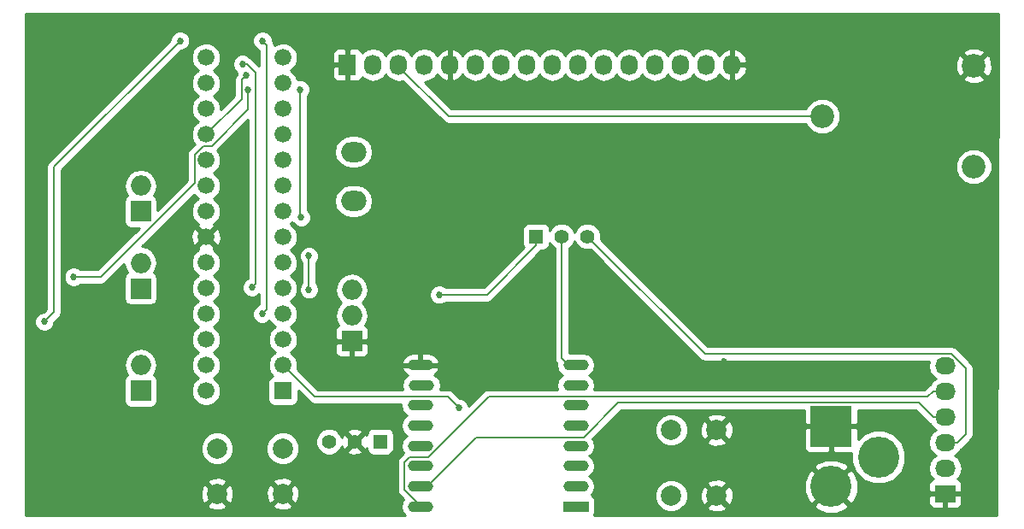
<source format=gbr>
G04 #@! TF.FileFunction,Copper,L2,Bot,Signal*
%FSLAX46Y46*%
G04 Gerber Fmt 4.6, Leading zero omitted, Abs format (unit mm)*
G04 Created by KiCad (PCBNEW 4.0.2+dfsg1-stable) date Seg 06 Nov 2017 17:19:15 BRT*
%MOMM*%
G01*
G04 APERTURE LIST*
%ADD10C,0.100000*%
%ADD11R,1.676400X1.676400*%
%ADD12C,1.676400*%
%ADD13O,1.998980X1.998980*%
%ADD14R,1.998980X1.998980*%
%ADD15R,1.397000X1.397000*%
%ADD16C,1.397000*%
%ADD17C,2.000000*%
%ADD18R,2.500000X1.100000*%
%ADD19O,2.500000X1.100000*%
%ADD20O,2.499360X1.998980*%
%ADD21R,1.727200X2.032000*%
%ADD22O,1.727200X2.032000*%
%ADD23C,2.340000*%
%ADD24R,4.064000X4.064000*%
%ADD25C,4.064000*%
%ADD26R,2.032000X1.727200*%
%ADD27O,2.032000X1.727200*%
%ADD28C,0.685800*%
%ADD29C,0.203200*%
%ADD30C,0.254000*%
G04 APERTURE END LIST*
D10*
D11*
X69583300Y-101092000D03*
D12*
X69583300Y-98552000D03*
X69583300Y-96012000D03*
X69583300Y-93472000D03*
X69583300Y-90932000D03*
X69583300Y-88392000D03*
X69583300Y-85852000D03*
X69583300Y-83312000D03*
X69583300Y-80772000D03*
X69583300Y-78232000D03*
X69583300Y-75692000D03*
X69583300Y-73152000D03*
X69583300Y-70612000D03*
X69583300Y-68072000D03*
X61963300Y-68072000D03*
X61963300Y-70612000D03*
X61963300Y-73152000D03*
X61963300Y-75692000D03*
X61963300Y-78232000D03*
X61963300Y-80772000D03*
X61963300Y-83312000D03*
X61963300Y-85852000D03*
X61963300Y-88392000D03*
X61963300Y-90932000D03*
X61963300Y-93472000D03*
X61963300Y-96012000D03*
X61963300Y-98552000D03*
X61963300Y-101092000D03*
D13*
X55486300Y-88404700D03*
D14*
X55486300Y-90944700D03*
D13*
X55486300Y-98526600D03*
D14*
X55486300Y-101066600D03*
D13*
X76403200Y-91084400D03*
D14*
X76403200Y-96164400D03*
D13*
X76403200Y-93624400D03*
D15*
X79222600Y-106121200D03*
D16*
X76682600Y-106121200D03*
X74142600Y-106121200D03*
D17*
X108047400Y-104965500D03*
X112547400Y-104965500D03*
X108047400Y-111465500D03*
X112547400Y-111465500D03*
X63057900Y-111294300D03*
X63057900Y-106794300D03*
X69557900Y-111294300D03*
X69557900Y-106794300D03*
D18*
X98591600Y-112534700D03*
D19*
X98591600Y-110534700D03*
X98591600Y-108534700D03*
X98591600Y-106534700D03*
X98591600Y-104534700D03*
X98591600Y-102534700D03*
X98591600Y-100534700D03*
X98591600Y-98534700D03*
X83191600Y-98534700D03*
X83291600Y-100534700D03*
X83191600Y-102534700D03*
X83191600Y-104534700D03*
X83191600Y-106534700D03*
X83191600Y-108534700D03*
X83191600Y-110534700D03*
X83191600Y-112534700D03*
D20*
X76581000Y-82285840D03*
X76581000Y-77403960D03*
D21*
X75966320Y-68798440D03*
D22*
X78506320Y-68798440D03*
X81046320Y-68798440D03*
X83586320Y-68798440D03*
X86126320Y-68798440D03*
X88666320Y-68798440D03*
X91206320Y-68798440D03*
X93746320Y-68798440D03*
X96286320Y-68798440D03*
X98826320Y-68798440D03*
X101366320Y-68798440D03*
X103906320Y-68798440D03*
X106446320Y-68798440D03*
X108986320Y-68798440D03*
X111526320Y-68798440D03*
X114066320Y-68798440D03*
D13*
X55486300Y-80772000D03*
D14*
X55486300Y-83312000D03*
D23*
X138008360Y-78884800D03*
X123008360Y-73884800D03*
X138008360Y-68884800D03*
D24*
X123880880Y-104602280D03*
D25*
X123880880Y-110571280D03*
X128579880Y-107650280D03*
D26*
X135194040Y-111287560D03*
D27*
X135194040Y-108747560D03*
X135194040Y-106207560D03*
X135194040Y-103667560D03*
X135194040Y-101127560D03*
X135194040Y-98587560D03*
D15*
X94660720Y-85791040D03*
D16*
X97200720Y-85791040D03*
X99740720Y-85791040D03*
D28*
X85069680Y-91567000D03*
X74488040Y-99044760D03*
X81031080Y-96707960D03*
X80030320Y-112847120D03*
X96260920Y-91556840D03*
X103657400Y-85862160D03*
X113400840Y-99671361D03*
X139136120Y-66730880D03*
X132796280Y-88082120D03*
X87889080Y-82179160D03*
X87884000Y-77317600D03*
X86095840Y-66845200D03*
X113248440Y-98171000D03*
X50698400Y-105653840D03*
X52679600Y-93715840D03*
X52669440Y-95377000D03*
X113588800Y-84947760D03*
X114005360Y-66695320D03*
X132775960Y-93822520D03*
X71389240Y-83906360D03*
X71302880Y-71226680D03*
X72151240Y-87711280D03*
X72156320Y-91064080D03*
X66141600Y-71272400D03*
X48849280Y-89804240D03*
X59400440Y-66390520D03*
X45953680Y-94228920D03*
X122727720Y-74391520D03*
X65562480Y-68719720D03*
X66527680Y-90835480D03*
X65949390Y-69778804D03*
X67548760Y-66395600D03*
X67518280Y-93472000D03*
X87015320Y-102773480D03*
D29*
X85069680Y-91567000D02*
X89786460Y-91567000D01*
X89786460Y-91567000D02*
X94660720Y-86692740D01*
X94660720Y-86692740D02*
X94660720Y-85791040D01*
X71302880Y-83820000D02*
X71389240Y-83906360D01*
X71302880Y-71226680D02*
X71302880Y-83820000D01*
X72156320Y-91064080D02*
X72156320Y-87716360D01*
X72156320Y-87716360D02*
X72151240Y-87711280D01*
X60820299Y-80525623D02*
X60820299Y-77683359D01*
X48849280Y-89804240D02*
X51541682Y-89804240D01*
X51541682Y-89804240D02*
X60820299Y-80525623D01*
X60820299Y-77683359D02*
X61668657Y-76835001D01*
X61668657Y-76835001D02*
X62511941Y-76835001D01*
X62511941Y-76835001D02*
X66141600Y-73205342D01*
X66141600Y-73205342D02*
X66141600Y-71272400D01*
X46878240Y-93304360D02*
X46878240Y-78912720D01*
X46878240Y-78912720D02*
X59400440Y-66390520D01*
X45953680Y-94228920D02*
X46878240Y-93304360D01*
X123008360Y-73884800D02*
X85980280Y-73884800D01*
X85980280Y-73884800D02*
X81046320Y-68950840D01*
X81046320Y-68950840D02*
X81046320Y-68798440D01*
X66870579Y-69542886D02*
X66047413Y-68719720D01*
X66870579Y-90492581D02*
X66870579Y-69542886D01*
X66047413Y-68719720D02*
X65562480Y-68719720D01*
X66527680Y-90835480D02*
X66870579Y-90492581D01*
X65606491Y-70121703D02*
X65949390Y-69778804D01*
X65493898Y-70234296D02*
X65606491Y-70121703D01*
X65493898Y-72161402D02*
X65493898Y-70234296D01*
X61963300Y-75692000D02*
X65493898Y-72161402D01*
X67891659Y-66738499D02*
X67548760Y-66395600D01*
X67518280Y-93472000D02*
X67970411Y-93019869D01*
X67970411Y-66817251D02*
X67891659Y-66738499D01*
X67970411Y-93019869D02*
X67970411Y-66817251D01*
X97200720Y-85791040D02*
X97200720Y-97843820D01*
X97200720Y-97843820D02*
X97891600Y-98534700D01*
X87015320Y-102773480D02*
X85921730Y-101679890D01*
X85921730Y-101679890D02*
X72711190Y-101679890D01*
X72711190Y-101679890D02*
X70421499Y-99390199D01*
X70421499Y-99390199D02*
X69583300Y-98552000D01*
X137246360Y-105374440D02*
X137246360Y-98835099D01*
X137246360Y-98835099D02*
X135830411Y-97419150D01*
X111368830Y-97419150D02*
X100439219Y-86489539D01*
X135830411Y-97419150D02*
X111368830Y-97419150D01*
X100439219Y-86489539D02*
X99740720Y-85791040D01*
X135194040Y-106207560D02*
X136413240Y-106207560D01*
X136413240Y-106207560D02*
X137246360Y-105374440D01*
X135194040Y-103667560D02*
X133974840Y-103667560D01*
X133974840Y-103667560D02*
X132572759Y-102265479D01*
X132572759Y-102265479D02*
X102769704Y-102265479D01*
X102769704Y-102265479D02*
X99355293Y-105679890D01*
X99355293Y-105679890D02*
X88746410Y-105679890D01*
X88746410Y-105679890D02*
X83891600Y-110534700D01*
X135194040Y-101127560D02*
X133974840Y-101127560D01*
X82137527Y-107679890D02*
X81636790Y-108180627D01*
X133974840Y-101127560D02*
X133422510Y-101679890D01*
X133422510Y-101679890D02*
X89955293Y-101679890D01*
X83955293Y-107679890D02*
X82137527Y-107679890D01*
X89955293Y-101679890D02*
X83955293Y-107679890D01*
X81636790Y-108180627D02*
X81636790Y-110888773D01*
X81636790Y-110888773D02*
X83282717Y-112534700D01*
X83282717Y-112534700D02*
X83891600Y-112534700D01*
D30*
G36*
X140265094Y-113402040D02*
X100393311Y-113402040D01*
X100438031Y-113336590D01*
X100489040Y-113084700D01*
X100489040Y-111984700D01*
X100452272Y-111789295D01*
X106412116Y-111789295D01*
X106660506Y-112390443D01*
X107120037Y-112850778D01*
X107720752Y-113100216D01*
X108371195Y-113100784D01*
X108972343Y-112852394D01*
X109207115Y-112618032D01*
X111574473Y-112618032D01*
X111673136Y-112884887D01*
X112282861Y-113111408D01*
X112932860Y-113087356D01*
X113421664Y-112884887D01*
X113520327Y-112618032D01*
X113371696Y-112469401D01*
X122162364Y-112469401D01*
X122387034Y-112843448D01*
X123370268Y-113242160D01*
X124431237Y-113234255D01*
X125374726Y-112843448D01*
X125599396Y-112469401D01*
X123880880Y-110750885D01*
X122162364Y-112469401D01*
X113371696Y-112469401D01*
X112547400Y-111645105D01*
X111574473Y-112618032D01*
X109207115Y-112618032D01*
X109432678Y-112392863D01*
X109682116Y-111792148D01*
X109682632Y-111200961D01*
X110901492Y-111200961D01*
X110925544Y-111850960D01*
X111128013Y-112339764D01*
X111394868Y-112438427D01*
X112367795Y-111465500D01*
X112727005Y-111465500D01*
X113699932Y-112438427D01*
X113966787Y-112339764D01*
X114193308Y-111730039D01*
X114169256Y-111080040D01*
X113966787Y-110591236D01*
X113699932Y-110492573D01*
X112727005Y-111465500D01*
X112367795Y-111465500D01*
X111394868Y-110492573D01*
X111128013Y-110591236D01*
X110901492Y-111200961D01*
X109682632Y-111200961D01*
X109682684Y-111141705D01*
X109434294Y-110540557D01*
X109207103Y-110312968D01*
X111574473Y-110312968D01*
X112547400Y-111285895D01*
X113520327Y-110312968D01*
X113427046Y-110060668D01*
X121210000Y-110060668D01*
X121217905Y-111121637D01*
X121608712Y-112065126D01*
X121982759Y-112289796D01*
X123701275Y-110571280D01*
X124060485Y-110571280D01*
X125779001Y-112289796D01*
X126153048Y-112065126D01*
X126352484Y-111573310D01*
X133543040Y-111573310D01*
X133543040Y-112277470D01*
X133639713Y-112510859D01*
X133818342Y-112689487D01*
X134051731Y-112786160D01*
X134908290Y-112786160D01*
X135067040Y-112627410D01*
X135067040Y-111414560D01*
X135321040Y-111414560D01*
X135321040Y-112627410D01*
X135479790Y-112786160D01*
X136336349Y-112786160D01*
X136569738Y-112689487D01*
X136748367Y-112510859D01*
X136845040Y-112277470D01*
X136845040Y-111573310D01*
X136686290Y-111414560D01*
X135321040Y-111414560D01*
X135067040Y-111414560D01*
X133701790Y-111414560D01*
X133543040Y-111573310D01*
X126352484Y-111573310D01*
X126551760Y-111081892D01*
X126543855Y-110020923D01*
X126153048Y-109077434D01*
X125779001Y-108852764D01*
X124060485Y-110571280D01*
X123701275Y-110571280D01*
X121982759Y-108852764D01*
X121608712Y-109077434D01*
X121210000Y-110060668D01*
X113427046Y-110060668D01*
X113421664Y-110046113D01*
X112811939Y-109819592D01*
X112161940Y-109843644D01*
X111673136Y-110046113D01*
X111574473Y-110312968D01*
X109207103Y-110312968D01*
X108974763Y-110080222D01*
X108374048Y-109830784D01*
X107723605Y-109830216D01*
X107122457Y-110078606D01*
X106662122Y-110538137D01*
X106412684Y-111138852D01*
X106412116Y-111789295D01*
X100452272Y-111789295D01*
X100444762Y-111749383D01*
X100305690Y-111533259D01*
X100117985Y-111405006D01*
X100166451Y-111372622D01*
X100423326Y-110988180D01*
X100513529Y-110534700D01*
X100423326Y-110081220D01*
X100166451Y-109696778D01*
X99923883Y-109534700D01*
X100166451Y-109372622D01*
X100423326Y-108988180D01*
X100485987Y-108673159D01*
X122162364Y-108673159D01*
X123880880Y-110391675D01*
X125599396Y-108673159D01*
X125374726Y-108299112D01*
X124391492Y-107900400D01*
X123330523Y-107908305D01*
X122387034Y-108299112D01*
X122162364Y-108673159D01*
X100485987Y-108673159D01*
X100513529Y-108534700D01*
X100423326Y-108081220D01*
X100166451Y-107696778D01*
X99923883Y-107534700D01*
X100166451Y-107372622D01*
X100423326Y-106988180D01*
X100513529Y-106534700D01*
X100423326Y-106081220D01*
X100252033Y-105824860D01*
X100787598Y-105289295D01*
X106412116Y-105289295D01*
X106660506Y-105890443D01*
X107120037Y-106350778D01*
X107720752Y-106600216D01*
X108371195Y-106600784D01*
X108972343Y-106352394D01*
X109207115Y-106118032D01*
X111574473Y-106118032D01*
X111673136Y-106384887D01*
X112282861Y-106611408D01*
X112932860Y-106587356D01*
X113421664Y-106384887D01*
X113520327Y-106118032D01*
X112547400Y-105145105D01*
X111574473Y-106118032D01*
X109207115Y-106118032D01*
X109432678Y-105892863D01*
X109682116Y-105292148D01*
X109682632Y-104700961D01*
X110901492Y-104700961D01*
X110925544Y-105350960D01*
X111128013Y-105839764D01*
X111394868Y-105938427D01*
X112367795Y-104965500D01*
X112727005Y-104965500D01*
X113699932Y-105938427D01*
X113966787Y-105839764D01*
X114193308Y-105230039D01*
X114180653Y-104888030D01*
X121213880Y-104888030D01*
X121213880Y-106760589D01*
X121310553Y-106993978D01*
X121489181Y-107172607D01*
X121722570Y-107269280D01*
X123595130Y-107269280D01*
X123753880Y-107110530D01*
X123753880Y-104729280D01*
X124007880Y-104729280D01*
X124007880Y-107110530D01*
X124166630Y-107269280D01*
X125913211Y-107269280D01*
X125912418Y-108178452D01*
X126317589Y-109159041D01*
X127067173Y-109909935D01*
X128047053Y-110316816D01*
X129108052Y-110317742D01*
X130088641Y-109912571D01*
X130839535Y-109162987D01*
X131246416Y-108183107D01*
X131247342Y-107122108D01*
X130842171Y-106141519D01*
X130092587Y-105390625D01*
X129112707Y-104983744D01*
X128051708Y-104982818D01*
X127071119Y-105387989D01*
X126547880Y-105910315D01*
X126547880Y-104888030D01*
X126389130Y-104729280D01*
X124007880Y-104729280D01*
X123753880Y-104729280D01*
X121372630Y-104729280D01*
X121213880Y-104888030D01*
X114180653Y-104888030D01*
X114169256Y-104580040D01*
X113966787Y-104091236D01*
X113699932Y-103992573D01*
X112727005Y-104965500D01*
X112367795Y-104965500D01*
X111394868Y-103992573D01*
X111128013Y-104091236D01*
X110901492Y-104700961D01*
X109682632Y-104700961D01*
X109682684Y-104641705D01*
X109434294Y-104040557D01*
X109207103Y-103812968D01*
X111574473Y-103812968D01*
X112547400Y-104785895D01*
X113520327Y-103812968D01*
X113421664Y-103546113D01*
X112811939Y-103319592D01*
X112161940Y-103343644D01*
X111673136Y-103546113D01*
X111574473Y-103812968D01*
X109207103Y-103812968D01*
X108974763Y-103580222D01*
X108374048Y-103330784D01*
X107723605Y-103330216D01*
X107122457Y-103578606D01*
X106662122Y-104038137D01*
X106412684Y-104638852D01*
X106412116Y-105289295D01*
X100787598Y-105289295D01*
X103074814Y-103002079D01*
X121213880Y-103002079D01*
X121213880Y-104316530D01*
X121372630Y-104475280D01*
X123753880Y-104475280D01*
X123753880Y-104455280D01*
X124007880Y-104455280D01*
X124007880Y-104475280D01*
X126389130Y-104475280D01*
X126547880Y-104316530D01*
X126547880Y-103002079D01*
X132267649Y-103002079D01*
X133453985Y-104188415D01*
X133692955Y-104348090D01*
X133696803Y-104348855D01*
X133949625Y-104727230D01*
X134264406Y-104937560D01*
X133949625Y-105147890D01*
X133624769Y-105634071D01*
X133510695Y-106207560D01*
X133624769Y-106781049D01*
X133949625Y-107267230D01*
X134264406Y-107477560D01*
X133949625Y-107687890D01*
X133624769Y-108174071D01*
X133510695Y-108747560D01*
X133624769Y-109321049D01*
X133949625Y-109807230D01*
X133971820Y-109822060D01*
X133818342Y-109885633D01*
X133639713Y-110064261D01*
X133543040Y-110297650D01*
X133543040Y-111001810D01*
X133701790Y-111160560D01*
X135067040Y-111160560D01*
X135067040Y-111140560D01*
X135321040Y-111140560D01*
X135321040Y-111160560D01*
X136686290Y-111160560D01*
X136845040Y-111001810D01*
X136845040Y-110297650D01*
X136748367Y-110064261D01*
X136569738Y-109885633D01*
X136416260Y-109822060D01*
X136438455Y-109807230D01*
X136763311Y-109321049D01*
X136877385Y-108747560D01*
X136763311Y-108174071D01*
X136438455Y-107687890D01*
X136123674Y-107477560D01*
X136438455Y-107267230D01*
X136691277Y-106888855D01*
X136695125Y-106888090D01*
X136934095Y-106728415D01*
X137767215Y-105895295D01*
X137899860Y-105696778D01*
X137926890Y-105656325D01*
X137982960Y-105374440D01*
X137982960Y-98835099D01*
X137926890Y-98553214D01*
X137767215Y-98314244D01*
X136351266Y-96898295D01*
X136112296Y-96738620D01*
X135830411Y-96682550D01*
X111673940Y-96682550D01*
X101066610Y-86075220D01*
X101073988Y-86057453D01*
X101074451Y-85526954D01*
X100871866Y-85036660D01*
X100497073Y-84661213D01*
X100007133Y-84457772D01*
X99476634Y-84457309D01*
X98986340Y-84659894D01*
X98610893Y-85034687D01*
X98470626Y-85372486D01*
X98331866Y-85036660D01*
X97957073Y-84661213D01*
X97467133Y-84457772D01*
X96936634Y-84457309D01*
X96446340Y-84659894D01*
X96070893Y-85034687D01*
X96006660Y-85189377D01*
X96006660Y-85092540D01*
X95962382Y-84857223D01*
X95823310Y-84641099D01*
X95611110Y-84496109D01*
X95359220Y-84445100D01*
X93962220Y-84445100D01*
X93726903Y-84489378D01*
X93510779Y-84628450D01*
X93365789Y-84840650D01*
X93314780Y-85092540D01*
X93314780Y-86489540D01*
X93359058Y-86724857D01*
X93448264Y-86863486D01*
X89481350Y-90830400D01*
X85716119Y-90830400D01*
X85624339Y-90738460D01*
X85265050Y-90589270D01*
X84876017Y-90588931D01*
X84516468Y-90737493D01*
X84241140Y-91012341D01*
X84091950Y-91371630D01*
X84091611Y-91760663D01*
X84240173Y-92120212D01*
X84515021Y-92395540D01*
X84874310Y-92544730D01*
X85263343Y-92545069D01*
X85622892Y-92396507D01*
X85715961Y-92303600D01*
X89786460Y-92303600D01*
X90068345Y-92247530D01*
X90307315Y-92087855D01*
X95181575Y-87213595D01*
X95232427Y-87137490D01*
X95232768Y-87136980D01*
X95359220Y-87136980D01*
X95594537Y-87092702D01*
X95810661Y-86953630D01*
X95955651Y-86741430D01*
X96006660Y-86489540D01*
X96006660Y-86393156D01*
X96069574Y-86545420D01*
X96444367Y-86920867D01*
X96464120Y-86929069D01*
X96464120Y-97843820D01*
X96520190Y-98125705D01*
X96679865Y-98364675D01*
X96699571Y-98384381D01*
X96669671Y-98534700D01*
X96759874Y-98988180D01*
X97016749Y-99372622D01*
X97259317Y-99534700D01*
X97016749Y-99696778D01*
X96759874Y-100081220D01*
X96669671Y-100534700D01*
X96750945Y-100943290D01*
X89955293Y-100943290D01*
X89673408Y-100999360D01*
X89434438Y-101159035D01*
X87993371Y-102600102D01*
X87993389Y-102579817D01*
X87844827Y-102220268D01*
X87569979Y-101944940D01*
X87210690Y-101795750D01*
X87079185Y-101795635D01*
X86442585Y-101159035D01*
X86203615Y-100999360D01*
X85921730Y-100943290D01*
X85132255Y-100943290D01*
X85213529Y-100534700D01*
X85123326Y-100081220D01*
X84866451Y-99696778D01*
X84564909Y-99495295D01*
X84819324Y-99282818D01*
X85034998Y-98870846D01*
X85035403Y-98844444D01*
X84909961Y-98661700D01*
X83318600Y-98661700D01*
X83318600Y-98681700D01*
X83064600Y-98681700D01*
X83064600Y-98661700D01*
X81473239Y-98661700D01*
X81347797Y-98844444D01*
X81348202Y-98870846D01*
X81563876Y-99282818D01*
X81907183Y-99569535D01*
X81716749Y-99696778D01*
X81459874Y-100081220D01*
X81369671Y-100534700D01*
X81450945Y-100943290D01*
X73016300Y-100943290D01*
X71016074Y-98943064D01*
X71056244Y-98846323D01*
X71056755Y-98260248D01*
X71042173Y-98224956D01*
X81347797Y-98224956D01*
X81473239Y-98407700D01*
X83064600Y-98407700D01*
X83064600Y-97349700D01*
X83318600Y-97349700D01*
X83318600Y-98407700D01*
X84909961Y-98407700D01*
X85035403Y-98224956D01*
X85034998Y-98198554D01*
X84819324Y-97786582D01*
X84462413Y-97488504D01*
X84018600Y-97349700D01*
X83318600Y-97349700D01*
X83064600Y-97349700D01*
X82364600Y-97349700D01*
X81920787Y-97488504D01*
X81563876Y-97786582D01*
X81348202Y-98198554D01*
X81347797Y-98224956D01*
X71042173Y-98224956D01*
X70832947Y-97718589D01*
X70418891Y-97303810D01*
X70366908Y-97282225D01*
X70416711Y-97261647D01*
X70831490Y-96847591D01*
X70996521Y-96450150D01*
X74768710Y-96450150D01*
X74768710Y-97290199D01*
X74865383Y-97523588D01*
X75044011Y-97702217D01*
X75277400Y-97798890D01*
X76117450Y-97798890D01*
X76276200Y-97640140D01*
X76276200Y-96291400D01*
X76530200Y-96291400D01*
X76530200Y-97640140D01*
X76688950Y-97798890D01*
X77529000Y-97798890D01*
X77762389Y-97702217D01*
X77941017Y-97523588D01*
X78037690Y-97290199D01*
X78037690Y-96450150D01*
X77878940Y-96291400D01*
X76530200Y-96291400D01*
X76276200Y-96291400D01*
X74927460Y-96291400D01*
X74768710Y-96450150D01*
X70996521Y-96450150D01*
X71056244Y-96306323D01*
X71056755Y-95720248D01*
X70832947Y-95178589D01*
X70418891Y-94763810D01*
X70366908Y-94742225D01*
X70416711Y-94721647D01*
X70831490Y-94307591D01*
X71056244Y-93766323D01*
X71056755Y-93180248D01*
X70832947Y-92638589D01*
X70418891Y-92223810D01*
X70366908Y-92202225D01*
X70416711Y-92181647D01*
X70831490Y-91767591D01*
X71056244Y-91226323D01*
X71056755Y-90640248D01*
X70832947Y-90098589D01*
X70418891Y-89683810D01*
X70366908Y-89662225D01*
X70416711Y-89641647D01*
X70831490Y-89227591D01*
X71056244Y-88686323D01*
X71056755Y-88100248D01*
X70976057Y-87904943D01*
X71173171Y-87904943D01*
X71321733Y-88264492D01*
X71419720Y-88362650D01*
X71419720Y-90417641D01*
X71327780Y-90509421D01*
X71178590Y-90868710D01*
X71178251Y-91257743D01*
X71326813Y-91617292D01*
X71601661Y-91892620D01*
X71960950Y-92041810D01*
X72349983Y-92042149D01*
X72709532Y-91893587D01*
X72984860Y-91618739D01*
X73134050Y-91259450D01*
X73134230Y-91052378D01*
X74768710Y-91052378D01*
X74768710Y-91116422D01*
X74893128Y-91741914D01*
X75247441Y-92272181D01*
X75370490Y-92354400D01*
X75247441Y-92436619D01*
X74893128Y-92966886D01*
X74768710Y-93592378D01*
X74768710Y-93656422D01*
X74893128Y-94281914D01*
X75106213Y-94600818D01*
X75044011Y-94626583D01*
X74865383Y-94805212D01*
X74768710Y-95038601D01*
X74768710Y-95878650D01*
X74927460Y-96037400D01*
X76276200Y-96037400D01*
X76276200Y-96017400D01*
X76530200Y-96017400D01*
X76530200Y-96037400D01*
X77878940Y-96037400D01*
X78037690Y-95878650D01*
X78037690Y-95038601D01*
X77941017Y-94805212D01*
X77762389Y-94626583D01*
X77700187Y-94600818D01*
X77913272Y-94281914D01*
X78037690Y-93656422D01*
X78037690Y-93592378D01*
X77913272Y-92966886D01*
X77558959Y-92436619D01*
X77435910Y-92354400D01*
X77558959Y-92272181D01*
X77913272Y-91741914D01*
X78037690Y-91116422D01*
X78037690Y-91052378D01*
X77913272Y-90426886D01*
X77558959Y-89896619D01*
X77028692Y-89542306D01*
X76403200Y-89417888D01*
X75777708Y-89542306D01*
X75247441Y-89896619D01*
X74893128Y-90426886D01*
X74768710Y-91052378D01*
X73134230Y-91052378D01*
X73134389Y-90870417D01*
X72985827Y-90510868D01*
X72892920Y-90417799D01*
X72892920Y-88352648D01*
X72979780Y-88265939D01*
X73128970Y-87906650D01*
X73129309Y-87517617D01*
X72980747Y-87158068D01*
X72705899Y-86882740D01*
X72346610Y-86733550D01*
X71957577Y-86733211D01*
X71598028Y-86881773D01*
X71322700Y-87156621D01*
X71173510Y-87515910D01*
X71173171Y-87904943D01*
X70976057Y-87904943D01*
X70832947Y-87558589D01*
X70418891Y-87143810D01*
X70366908Y-87122225D01*
X70416711Y-87101647D01*
X70831490Y-86687591D01*
X71056244Y-86146323D01*
X71056755Y-85560248D01*
X70832947Y-85018589D01*
X70418891Y-84603810D01*
X70365305Y-84581559D01*
X70439107Y-84347415D01*
X70553855Y-84462163D01*
X70558772Y-84457246D01*
X70559733Y-84459572D01*
X70834581Y-84734900D01*
X71193870Y-84884090D01*
X71582903Y-84884429D01*
X71942452Y-84735867D01*
X72217780Y-84461019D01*
X72366970Y-84101730D01*
X72367309Y-83712697D01*
X72218747Y-83353148D01*
X72039480Y-83173568D01*
X72039480Y-82285840D01*
X74659397Y-82285840D01*
X74783815Y-82911332D01*
X75138128Y-83441599D01*
X75668395Y-83795912D01*
X76293887Y-83920330D01*
X76868113Y-83920330D01*
X77493605Y-83795912D01*
X78023872Y-83441599D01*
X78378185Y-82911332D01*
X78502603Y-82285840D01*
X78378185Y-81660348D01*
X78023872Y-81130081D01*
X77493605Y-80775768D01*
X76868113Y-80651350D01*
X76293887Y-80651350D01*
X75668395Y-80775768D01*
X75138128Y-81130081D01*
X74783815Y-81660348D01*
X74659397Y-82285840D01*
X72039480Y-82285840D01*
X72039480Y-79242262D01*
X136203047Y-79242262D01*
X136477263Y-79905915D01*
X136984575Y-80414112D01*
X137647748Y-80689486D01*
X138365822Y-80690113D01*
X139029475Y-80415897D01*
X139537672Y-79908585D01*
X139813046Y-79245412D01*
X139813673Y-78527338D01*
X139539457Y-77863685D01*
X139032145Y-77355488D01*
X138368972Y-77080114D01*
X137650898Y-77079487D01*
X136987245Y-77353703D01*
X136479048Y-77861015D01*
X136203674Y-78524188D01*
X136203047Y-79242262D01*
X72039480Y-79242262D01*
X72039480Y-77403960D01*
X74659397Y-77403960D01*
X74783815Y-78029452D01*
X75138128Y-78559719D01*
X75668395Y-78914032D01*
X76293887Y-79038450D01*
X76868113Y-79038450D01*
X77493605Y-78914032D01*
X78023872Y-78559719D01*
X78378185Y-78029452D01*
X78502603Y-77403960D01*
X78378185Y-76778468D01*
X78023872Y-76248201D01*
X77493605Y-75893888D01*
X76868113Y-75769470D01*
X76293887Y-75769470D01*
X75668395Y-75893888D01*
X75138128Y-76248201D01*
X74783815Y-76778468D01*
X74659397Y-77403960D01*
X72039480Y-77403960D01*
X72039480Y-71873119D01*
X72131420Y-71781339D01*
X72280610Y-71422050D01*
X72280949Y-71033017D01*
X72132387Y-70673468D01*
X71857539Y-70398140D01*
X71498250Y-70248950D01*
X71109217Y-70248611D01*
X71039122Y-70277573D01*
X70832947Y-69778589D01*
X70418891Y-69363810D01*
X70366908Y-69342225D01*
X70416711Y-69321647D01*
X70654582Y-69084190D01*
X74467720Y-69084190D01*
X74467720Y-69940749D01*
X74564393Y-70174138D01*
X74743021Y-70352767D01*
X74976410Y-70449440D01*
X75680570Y-70449440D01*
X75839320Y-70290690D01*
X75839320Y-68925440D01*
X74626470Y-68925440D01*
X74467720Y-69084190D01*
X70654582Y-69084190D01*
X70831490Y-68907591D01*
X71056244Y-68366323D01*
X71056755Y-67780248D01*
X71005472Y-67656131D01*
X74467720Y-67656131D01*
X74467720Y-68512690D01*
X74626470Y-68671440D01*
X75839320Y-68671440D01*
X75839320Y-67306190D01*
X76093320Y-67306190D01*
X76093320Y-68671440D01*
X76113320Y-68671440D01*
X76113320Y-68925440D01*
X76093320Y-68925440D01*
X76093320Y-70290690D01*
X76252070Y-70449440D01*
X76956230Y-70449440D01*
X77189619Y-70352767D01*
X77368247Y-70174138D01*
X77431820Y-70020660D01*
X77446650Y-70042855D01*
X77932831Y-70367711D01*
X78506320Y-70481785D01*
X79079809Y-70367711D01*
X79565990Y-70042855D01*
X79776320Y-69728074D01*
X79986650Y-70042855D01*
X80472831Y-70367711D01*
X81046320Y-70481785D01*
X81454386Y-70400616D01*
X85459425Y-74405655D01*
X85698395Y-74565330D01*
X85980280Y-74621400D01*
X121359704Y-74621400D01*
X121477263Y-74905915D01*
X121984575Y-75414112D01*
X122647748Y-75689486D01*
X123365822Y-75690113D01*
X124029475Y-75415897D01*
X124537672Y-74908585D01*
X124813046Y-74245412D01*
X124813673Y-73527338D01*
X124539457Y-72863685D01*
X124032145Y-72355488D01*
X123368972Y-72080114D01*
X122650898Y-72079487D01*
X121987245Y-72353703D01*
X121479048Y-72861015D01*
X121359798Y-73148200D01*
X86285390Y-73148200D01*
X83613557Y-70476367D01*
X84159809Y-70367711D01*
X84645990Y-70042855D01*
X84852781Y-69733371D01*
X85224284Y-70149172D01*
X85751529Y-70403149D01*
X85767294Y-70405798D01*
X85999320Y-70284657D01*
X85999320Y-68925440D01*
X85979320Y-68925440D01*
X85979320Y-68671440D01*
X85999320Y-68671440D01*
X85999320Y-67312223D01*
X86253320Y-67312223D01*
X86253320Y-68671440D01*
X86273320Y-68671440D01*
X86273320Y-68925440D01*
X86253320Y-68925440D01*
X86253320Y-70284657D01*
X86485346Y-70405798D01*
X86501111Y-70403149D01*
X87028356Y-70149172D01*
X87399859Y-69733371D01*
X87606650Y-70042855D01*
X88092831Y-70367711D01*
X88666320Y-70481785D01*
X89239809Y-70367711D01*
X89725990Y-70042855D01*
X89936320Y-69728074D01*
X90146650Y-70042855D01*
X90632831Y-70367711D01*
X91206320Y-70481785D01*
X91779809Y-70367711D01*
X92265990Y-70042855D01*
X92476320Y-69728074D01*
X92686650Y-70042855D01*
X93172831Y-70367711D01*
X93746320Y-70481785D01*
X94319809Y-70367711D01*
X94805990Y-70042855D01*
X95016320Y-69728074D01*
X95226650Y-70042855D01*
X95712831Y-70367711D01*
X96286320Y-70481785D01*
X96859809Y-70367711D01*
X97345990Y-70042855D01*
X97556320Y-69728074D01*
X97766650Y-70042855D01*
X98252831Y-70367711D01*
X98826320Y-70481785D01*
X99399809Y-70367711D01*
X99885990Y-70042855D01*
X100096320Y-69728074D01*
X100306650Y-70042855D01*
X100792831Y-70367711D01*
X101366320Y-70481785D01*
X101939809Y-70367711D01*
X102425990Y-70042855D01*
X102636320Y-69728074D01*
X102846650Y-70042855D01*
X103332831Y-70367711D01*
X103906320Y-70481785D01*
X104479809Y-70367711D01*
X104965990Y-70042855D01*
X105176320Y-69728074D01*
X105386650Y-70042855D01*
X105872831Y-70367711D01*
X106446320Y-70481785D01*
X107019809Y-70367711D01*
X107505990Y-70042855D01*
X107716320Y-69728074D01*
X107926650Y-70042855D01*
X108412831Y-70367711D01*
X108986320Y-70481785D01*
X109559809Y-70367711D01*
X110045990Y-70042855D01*
X110256320Y-69728074D01*
X110466650Y-70042855D01*
X110952831Y-70367711D01*
X111526320Y-70481785D01*
X112099809Y-70367711D01*
X112585990Y-70042855D01*
X112792781Y-69733371D01*
X113164284Y-70149172D01*
X113691529Y-70403149D01*
X113707294Y-70405798D01*
X113939320Y-70284657D01*
X113939320Y-68925440D01*
X114193320Y-68925440D01*
X114193320Y-70284657D01*
X114425346Y-70405798D01*
X114441111Y-70403149D01*
X114945283Y-70160286D01*
X136912480Y-70160286D01*
X137031946Y-70444784D01*
X137703250Y-70699694D01*
X138421006Y-70678304D01*
X138984774Y-70444784D01*
X139104240Y-70160286D01*
X138008360Y-69064405D01*
X136912480Y-70160286D01*
X114945283Y-70160286D01*
X114968356Y-70149172D01*
X115358274Y-69712760D01*
X115551504Y-69160353D01*
X115407244Y-68925440D01*
X114193320Y-68925440D01*
X113939320Y-68925440D01*
X113919320Y-68925440D01*
X113919320Y-68671440D01*
X113939320Y-68671440D01*
X113939320Y-67312223D01*
X114193320Y-67312223D01*
X114193320Y-68671440D01*
X115407244Y-68671440D01*
X115463587Y-68579690D01*
X136193466Y-68579690D01*
X136214856Y-69297446D01*
X136448376Y-69861214D01*
X136732874Y-69980680D01*
X137828755Y-68884800D01*
X138187965Y-68884800D01*
X139283846Y-69980680D01*
X139568344Y-69861214D01*
X139823254Y-69189910D01*
X139801864Y-68472154D01*
X139568344Y-67908386D01*
X139283846Y-67788920D01*
X138187965Y-68884800D01*
X137828755Y-68884800D01*
X136732874Y-67788920D01*
X136448376Y-67908386D01*
X136193466Y-68579690D01*
X115463587Y-68579690D01*
X115551504Y-68436527D01*
X115358274Y-67884120D01*
X115112745Y-67609314D01*
X136912480Y-67609314D01*
X138008360Y-68705195D01*
X139104240Y-67609314D01*
X138984774Y-67324816D01*
X138313470Y-67069906D01*
X137595714Y-67091296D01*
X137031946Y-67324816D01*
X136912480Y-67609314D01*
X115112745Y-67609314D01*
X114968356Y-67447708D01*
X114441111Y-67193731D01*
X114425346Y-67191082D01*
X114193320Y-67312223D01*
X113939320Y-67312223D01*
X113707294Y-67191082D01*
X113691529Y-67193731D01*
X113164284Y-67447708D01*
X112792781Y-67863509D01*
X112585990Y-67554025D01*
X112099809Y-67229169D01*
X111526320Y-67115095D01*
X110952831Y-67229169D01*
X110466650Y-67554025D01*
X110256320Y-67868806D01*
X110045990Y-67554025D01*
X109559809Y-67229169D01*
X108986320Y-67115095D01*
X108412831Y-67229169D01*
X107926650Y-67554025D01*
X107716320Y-67868806D01*
X107505990Y-67554025D01*
X107019809Y-67229169D01*
X106446320Y-67115095D01*
X105872831Y-67229169D01*
X105386650Y-67554025D01*
X105176320Y-67868806D01*
X104965990Y-67554025D01*
X104479809Y-67229169D01*
X103906320Y-67115095D01*
X103332831Y-67229169D01*
X102846650Y-67554025D01*
X102636320Y-67868806D01*
X102425990Y-67554025D01*
X101939809Y-67229169D01*
X101366320Y-67115095D01*
X100792831Y-67229169D01*
X100306650Y-67554025D01*
X100096320Y-67868806D01*
X99885990Y-67554025D01*
X99399809Y-67229169D01*
X98826320Y-67115095D01*
X98252831Y-67229169D01*
X97766650Y-67554025D01*
X97556320Y-67868806D01*
X97345990Y-67554025D01*
X96859809Y-67229169D01*
X96286320Y-67115095D01*
X95712831Y-67229169D01*
X95226650Y-67554025D01*
X95016320Y-67868806D01*
X94805990Y-67554025D01*
X94319809Y-67229169D01*
X93746320Y-67115095D01*
X93172831Y-67229169D01*
X92686650Y-67554025D01*
X92476320Y-67868806D01*
X92265990Y-67554025D01*
X91779809Y-67229169D01*
X91206320Y-67115095D01*
X90632831Y-67229169D01*
X90146650Y-67554025D01*
X89936320Y-67868806D01*
X89725990Y-67554025D01*
X89239809Y-67229169D01*
X88666320Y-67115095D01*
X88092831Y-67229169D01*
X87606650Y-67554025D01*
X87399859Y-67863509D01*
X87028356Y-67447708D01*
X86501111Y-67193731D01*
X86485346Y-67191082D01*
X86253320Y-67312223D01*
X85999320Y-67312223D01*
X85767294Y-67191082D01*
X85751529Y-67193731D01*
X85224284Y-67447708D01*
X84852781Y-67863509D01*
X84645990Y-67554025D01*
X84159809Y-67229169D01*
X83586320Y-67115095D01*
X83012831Y-67229169D01*
X82526650Y-67554025D01*
X82316320Y-67868806D01*
X82105990Y-67554025D01*
X81619809Y-67229169D01*
X81046320Y-67115095D01*
X80472831Y-67229169D01*
X79986650Y-67554025D01*
X79776320Y-67868806D01*
X79565990Y-67554025D01*
X79079809Y-67229169D01*
X78506320Y-67115095D01*
X77932831Y-67229169D01*
X77446650Y-67554025D01*
X77431820Y-67576220D01*
X77368247Y-67422742D01*
X77189619Y-67244113D01*
X76956230Y-67147440D01*
X76252070Y-67147440D01*
X76093320Y-67306190D01*
X75839320Y-67306190D01*
X75680570Y-67147440D01*
X74976410Y-67147440D01*
X74743021Y-67244113D01*
X74564393Y-67422742D01*
X74467720Y-67656131D01*
X71005472Y-67656131D01*
X70832947Y-67238589D01*
X70418891Y-66823810D01*
X69877623Y-66599056D01*
X69291548Y-66598545D01*
X68749889Y-66822353D01*
X68707011Y-66865156D01*
X68707011Y-66817251D01*
X68650941Y-66535366D01*
X68526700Y-66349427D01*
X68526829Y-66201937D01*
X68378267Y-65842388D01*
X68103419Y-65567060D01*
X67744130Y-65417870D01*
X67355097Y-65417531D01*
X66995548Y-65566093D01*
X66720220Y-65840941D01*
X66571030Y-66200230D01*
X66570691Y-66589263D01*
X66719253Y-66948812D01*
X66994101Y-67224140D01*
X67233811Y-67323676D01*
X67233811Y-68864408D01*
X66568268Y-68198865D01*
X66329298Y-68039190D01*
X66248933Y-68023205D01*
X66117139Y-67891180D01*
X65757850Y-67741990D01*
X65368817Y-67741651D01*
X65009268Y-67890213D01*
X64733940Y-68165061D01*
X64584750Y-68524350D01*
X64584411Y-68913383D01*
X64732973Y-69272932D01*
X64992598Y-69533010D01*
X64971660Y-69583434D01*
X64971545Y-69715683D01*
X64813368Y-69952411D01*
X64757298Y-70234296D01*
X64757298Y-71856292D01*
X63436479Y-73177111D01*
X63436755Y-72860248D01*
X63212947Y-72318589D01*
X62798891Y-71903810D01*
X62746908Y-71882225D01*
X62796711Y-71861647D01*
X63211490Y-71447591D01*
X63436244Y-70906323D01*
X63436755Y-70320248D01*
X63212947Y-69778589D01*
X62798891Y-69363810D01*
X62746908Y-69342225D01*
X62796711Y-69321647D01*
X63211490Y-68907591D01*
X63436244Y-68366323D01*
X63436755Y-67780248D01*
X63212947Y-67238589D01*
X62798891Y-66823810D01*
X62257623Y-66599056D01*
X61671548Y-66598545D01*
X61129889Y-66822353D01*
X60715110Y-67236409D01*
X60490356Y-67777677D01*
X60489845Y-68363752D01*
X60713653Y-68905411D01*
X61127709Y-69320190D01*
X61179692Y-69341775D01*
X61129889Y-69362353D01*
X60715110Y-69776409D01*
X60490356Y-70317677D01*
X60489845Y-70903752D01*
X60713653Y-71445411D01*
X61127709Y-71860190D01*
X61179692Y-71881775D01*
X61129889Y-71902353D01*
X60715110Y-72316409D01*
X60490356Y-72857677D01*
X60489845Y-73443752D01*
X60713653Y-73985411D01*
X61127709Y-74400190D01*
X61179692Y-74421775D01*
X61129889Y-74442353D01*
X60715110Y-74856409D01*
X60490356Y-75397677D01*
X60489845Y-75983752D01*
X60713653Y-76525411D01*
X60824998Y-76636950D01*
X60299444Y-77162504D01*
X60139769Y-77401474D01*
X60083699Y-77683359D01*
X60083699Y-80220513D01*
X57133230Y-83170982D01*
X57133230Y-82312510D01*
X57088952Y-82077193D01*
X56949880Y-81861069D01*
X56783827Y-81747610D01*
X56996372Y-81429514D01*
X57120790Y-80804022D01*
X57120790Y-80739978D01*
X56996372Y-80114486D01*
X56642059Y-79584219D01*
X56111792Y-79229906D01*
X55486300Y-79105488D01*
X54860808Y-79229906D01*
X54330541Y-79584219D01*
X53976228Y-80114486D01*
X53851810Y-80739978D01*
X53851810Y-80804022D01*
X53976228Y-81429514D01*
X54189753Y-81749077D01*
X54035369Y-81848420D01*
X53890379Y-82060620D01*
X53839370Y-82312510D01*
X53839370Y-84311490D01*
X53883648Y-84546807D01*
X54022720Y-84762931D01*
X54234920Y-84907921D01*
X54486810Y-84958930D01*
X55345282Y-84958930D01*
X51236572Y-89067640D01*
X49495719Y-89067640D01*
X49403939Y-88975700D01*
X49044650Y-88826510D01*
X48655617Y-88826171D01*
X48296068Y-88974733D01*
X48020740Y-89249581D01*
X47871550Y-89608870D01*
X47871211Y-89997903D01*
X48019773Y-90357452D01*
X48294621Y-90632780D01*
X48653910Y-90781970D01*
X49042943Y-90782309D01*
X49402492Y-90633747D01*
X49495561Y-90540840D01*
X51541682Y-90540840D01*
X51823567Y-90484770D01*
X52062537Y-90325095D01*
X53868252Y-88519380D01*
X53976228Y-89062214D01*
X54189753Y-89381777D01*
X54035369Y-89481120D01*
X53890379Y-89693320D01*
X53839370Y-89945210D01*
X53839370Y-91944190D01*
X53883648Y-92179507D01*
X54022720Y-92395631D01*
X54234920Y-92540621D01*
X54486810Y-92591630D01*
X56485790Y-92591630D01*
X56721107Y-92547352D01*
X56937231Y-92408280D01*
X57082221Y-92196080D01*
X57133230Y-91944190D01*
X57133230Y-89945210D01*
X57088952Y-89709893D01*
X56949880Y-89493769D01*
X56783827Y-89380310D01*
X56996372Y-89062214D01*
X57071652Y-88683752D01*
X60489845Y-88683752D01*
X60713653Y-89225411D01*
X61127709Y-89640190D01*
X61179692Y-89661775D01*
X61129889Y-89682353D01*
X60715110Y-90096409D01*
X60490356Y-90637677D01*
X60489845Y-91223752D01*
X60713653Y-91765411D01*
X61127709Y-92180190D01*
X61179692Y-92201775D01*
X61129889Y-92222353D01*
X60715110Y-92636409D01*
X60490356Y-93177677D01*
X60489845Y-93763752D01*
X60713653Y-94305411D01*
X61127709Y-94720190D01*
X61179692Y-94741775D01*
X61129889Y-94762353D01*
X60715110Y-95176409D01*
X60490356Y-95717677D01*
X60489845Y-96303752D01*
X60713653Y-96845411D01*
X61127709Y-97260190D01*
X61179692Y-97281775D01*
X61129889Y-97302353D01*
X60715110Y-97716409D01*
X60490356Y-98257677D01*
X60489845Y-98843752D01*
X60713653Y-99385411D01*
X61127709Y-99800190D01*
X61179692Y-99821775D01*
X61129889Y-99842353D01*
X60715110Y-100256409D01*
X60490356Y-100797677D01*
X60489845Y-101383752D01*
X60713653Y-101925411D01*
X61127709Y-102340190D01*
X61668977Y-102564944D01*
X62255052Y-102565455D01*
X62796711Y-102341647D01*
X63211490Y-101927591D01*
X63436244Y-101386323D01*
X63436755Y-100800248D01*
X63212947Y-100258589D01*
X62798891Y-99843810D01*
X62746908Y-99822225D01*
X62796711Y-99801647D01*
X63211490Y-99387591D01*
X63436244Y-98846323D01*
X63436755Y-98260248D01*
X63212947Y-97718589D01*
X62798891Y-97303810D01*
X62746908Y-97282225D01*
X62796711Y-97261647D01*
X63211490Y-96847591D01*
X63436244Y-96306323D01*
X63436755Y-95720248D01*
X63212947Y-95178589D01*
X62798891Y-94763810D01*
X62746908Y-94742225D01*
X62796711Y-94721647D01*
X63211490Y-94307591D01*
X63436244Y-93766323D01*
X63436755Y-93180248D01*
X63212947Y-92638589D01*
X62798891Y-92223810D01*
X62746908Y-92202225D01*
X62796711Y-92181647D01*
X63211490Y-91767591D01*
X63436244Y-91226323D01*
X63436755Y-90640248D01*
X63212947Y-90098589D01*
X62798891Y-89683810D01*
X62746908Y-89662225D01*
X62796711Y-89641647D01*
X63211490Y-89227591D01*
X63436244Y-88686323D01*
X63436755Y-88100248D01*
X63212947Y-87558589D01*
X62798891Y-87143810D01*
X62745305Y-87121559D01*
X62819108Y-86887413D01*
X61963300Y-86031605D01*
X61107492Y-86887413D01*
X61181171Y-87121164D01*
X61129889Y-87142353D01*
X60715110Y-87556409D01*
X60490356Y-88097677D01*
X60489845Y-88683752D01*
X57071652Y-88683752D01*
X57120790Y-88436722D01*
X57120790Y-88372678D01*
X56996372Y-87747186D01*
X56642059Y-87216919D01*
X56111792Y-86862606D01*
X55622377Y-86765255D01*
X56761535Y-85626097D01*
X60478323Y-85626097D01*
X60504911Y-86211569D01*
X60677810Y-86628983D01*
X60927887Y-86707808D01*
X61783695Y-85852000D01*
X62142905Y-85852000D01*
X62998713Y-86707808D01*
X63248790Y-86628983D01*
X63448277Y-86077903D01*
X63421689Y-85492431D01*
X63248790Y-85075017D01*
X62998713Y-84996192D01*
X62142905Y-85852000D01*
X61783695Y-85852000D01*
X60927887Y-84996192D01*
X60677810Y-85075017D01*
X60478323Y-85626097D01*
X56761535Y-85626097D01*
X60747907Y-81639725D01*
X61127709Y-82020190D01*
X61179692Y-82041775D01*
X61129889Y-82062353D01*
X60715110Y-82476409D01*
X60490356Y-83017677D01*
X60489845Y-83603752D01*
X60713653Y-84145411D01*
X61127709Y-84560190D01*
X61181295Y-84582441D01*
X61107492Y-84816587D01*
X61963300Y-85672395D01*
X62819108Y-84816587D01*
X62745429Y-84582836D01*
X62796711Y-84561647D01*
X63211490Y-84147591D01*
X63436244Y-83606323D01*
X63436755Y-83020248D01*
X63212947Y-82478589D01*
X62798891Y-82063810D01*
X62746908Y-82042225D01*
X62796711Y-82021647D01*
X63211490Y-81607591D01*
X63436244Y-81066323D01*
X63436755Y-80480248D01*
X63212947Y-79938589D01*
X62798891Y-79523810D01*
X62746908Y-79502225D01*
X62796711Y-79481647D01*
X63211490Y-79067591D01*
X63436244Y-78526323D01*
X63436755Y-77940248D01*
X63212947Y-77398589D01*
X63101602Y-77287050D01*
X66133979Y-74254673D01*
X66133979Y-89940065D01*
X65974468Y-90005973D01*
X65699140Y-90280821D01*
X65549950Y-90640110D01*
X65549611Y-91029143D01*
X65698173Y-91388692D01*
X65973021Y-91664020D01*
X66332310Y-91813210D01*
X66721343Y-91813549D01*
X67080892Y-91664987D01*
X67233811Y-91512335D01*
X67233811Y-92531451D01*
X66965068Y-92642493D01*
X66689740Y-92917341D01*
X66540550Y-93276630D01*
X66540211Y-93665663D01*
X66688773Y-94025212D01*
X66963621Y-94300540D01*
X67322910Y-94449730D01*
X67711943Y-94450069D01*
X68071492Y-94301507D01*
X68255955Y-94117366D01*
X68333653Y-94305411D01*
X68747709Y-94720190D01*
X68799692Y-94741775D01*
X68749889Y-94762353D01*
X68335110Y-95176409D01*
X68110356Y-95717677D01*
X68109845Y-96303752D01*
X68333653Y-96845411D01*
X68747709Y-97260190D01*
X68799692Y-97281775D01*
X68749889Y-97302353D01*
X68335110Y-97716409D01*
X68110356Y-98257677D01*
X68109845Y-98843752D01*
X68333653Y-99385411D01*
X68584402Y-99636598D01*
X68509783Y-99650638D01*
X68293659Y-99789710D01*
X68148669Y-100001910D01*
X68097660Y-100253800D01*
X68097660Y-101930200D01*
X68141938Y-102165517D01*
X68281010Y-102381641D01*
X68493210Y-102526631D01*
X68745100Y-102577640D01*
X70421500Y-102577640D01*
X70656817Y-102533362D01*
X70872941Y-102394290D01*
X71017931Y-102182090D01*
X71068940Y-101930200D01*
X71068940Y-101079350D01*
X72190335Y-102200745D01*
X72429305Y-102360420D01*
X72711190Y-102416490D01*
X81293184Y-102416490D01*
X81269671Y-102534700D01*
X81359874Y-102988180D01*
X81616749Y-103372622D01*
X81859317Y-103534700D01*
X81616749Y-103696778D01*
X81359874Y-104081220D01*
X81269671Y-104534700D01*
X81359874Y-104988180D01*
X81616749Y-105372622D01*
X81859317Y-105534700D01*
X81616749Y-105696778D01*
X81359874Y-106081220D01*
X81269671Y-106534700D01*
X81359874Y-106988180D01*
X81531167Y-107244540D01*
X81115935Y-107659772D01*
X80956260Y-107898742D01*
X80900190Y-108180627D01*
X80900190Y-110888773D01*
X80956260Y-111170658D01*
X81115935Y-111409628D01*
X81531167Y-111824860D01*
X81359874Y-112081220D01*
X81269671Y-112534700D01*
X81359874Y-112988180D01*
X81616749Y-113372622D01*
X81660776Y-113402040D01*
X44098280Y-113402040D01*
X44098280Y-112446832D01*
X62084973Y-112446832D01*
X62183636Y-112713687D01*
X62793361Y-112940208D01*
X63443360Y-112916156D01*
X63932164Y-112713687D01*
X64030827Y-112446832D01*
X68584973Y-112446832D01*
X68683636Y-112713687D01*
X69293361Y-112940208D01*
X69943360Y-112916156D01*
X70432164Y-112713687D01*
X70530827Y-112446832D01*
X69557900Y-111473905D01*
X68584973Y-112446832D01*
X64030827Y-112446832D01*
X63057900Y-111473905D01*
X62084973Y-112446832D01*
X44098280Y-112446832D01*
X44098280Y-111029761D01*
X61411992Y-111029761D01*
X61436044Y-111679760D01*
X61638513Y-112168564D01*
X61905368Y-112267227D01*
X62878295Y-111294300D01*
X63237505Y-111294300D01*
X64210432Y-112267227D01*
X64477287Y-112168564D01*
X64703808Y-111558839D01*
X64684231Y-111029761D01*
X67911992Y-111029761D01*
X67936044Y-111679760D01*
X68138513Y-112168564D01*
X68405368Y-112267227D01*
X69378295Y-111294300D01*
X69737505Y-111294300D01*
X70710432Y-112267227D01*
X70977287Y-112168564D01*
X71203808Y-111558839D01*
X71179756Y-110908840D01*
X70977287Y-110420036D01*
X70710432Y-110321373D01*
X69737505Y-111294300D01*
X69378295Y-111294300D01*
X68405368Y-110321373D01*
X68138513Y-110420036D01*
X67911992Y-111029761D01*
X64684231Y-111029761D01*
X64679756Y-110908840D01*
X64477287Y-110420036D01*
X64210432Y-110321373D01*
X63237505Y-111294300D01*
X62878295Y-111294300D01*
X61905368Y-110321373D01*
X61638513Y-110420036D01*
X61411992Y-111029761D01*
X44098280Y-111029761D01*
X44098280Y-110141768D01*
X62084973Y-110141768D01*
X63057900Y-111114695D01*
X64030827Y-110141768D01*
X68584973Y-110141768D01*
X69557900Y-111114695D01*
X70530827Y-110141768D01*
X70432164Y-109874913D01*
X69822439Y-109648392D01*
X69172440Y-109672444D01*
X68683636Y-109874913D01*
X68584973Y-110141768D01*
X64030827Y-110141768D01*
X63932164Y-109874913D01*
X63322439Y-109648392D01*
X62672440Y-109672444D01*
X62183636Y-109874913D01*
X62084973Y-110141768D01*
X44098280Y-110141768D01*
X44098280Y-107118095D01*
X61422616Y-107118095D01*
X61671006Y-107719243D01*
X62130537Y-108179578D01*
X62731252Y-108429016D01*
X63381695Y-108429584D01*
X63982843Y-108181194D01*
X64443178Y-107721663D01*
X64692616Y-107120948D01*
X64692618Y-107118095D01*
X67922616Y-107118095D01*
X68171006Y-107719243D01*
X68630537Y-108179578D01*
X69231252Y-108429016D01*
X69881695Y-108429584D01*
X70482843Y-108181194D01*
X70943178Y-107721663D01*
X71192616Y-107120948D01*
X71193184Y-106470505D01*
X71157973Y-106385286D01*
X72808869Y-106385286D01*
X73011454Y-106875580D01*
X73386247Y-107251027D01*
X73876187Y-107454468D01*
X74406686Y-107454931D01*
X74896980Y-107252346D01*
X75094281Y-107055388D01*
X75928017Y-107055388D01*
X75989671Y-107291000D01*
X76490080Y-107467127D01*
X77019799Y-107438348D01*
X77375529Y-107291000D01*
X77437183Y-107055388D01*
X76682600Y-106300805D01*
X75928017Y-107055388D01*
X75094281Y-107055388D01*
X75272427Y-106877553D01*
X75405914Y-106556082D01*
X75512800Y-106814129D01*
X75748412Y-106875783D01*
X76502995Y-106121200D01*
X76862205Y-106121200D01*
X77616788Y-106875783D01*
X77852400Y-106814129D01*
X77876660Y-106745202D01*
X77876660Y-106819700D01*
X77920938Y-107055017D01*
X78060010Y-107271141D01*
X78272210Y-107416131D01*
X78524100Y-107467140D01*
X79921100Y-107467140D01*
X80156417Y-107422862D01*
X80372541Y-107283790D01*
X80517531Y-107071590D01*
X80568540Y-106819700D01*
X80568540Y-105422700D01*
X80524262Y-105187383D01*
X80385190Y-104971259D01*
X80172990Y-104826269D01*
X79921100Y-104775260D01*
X78524100Y-104775260D01*
X78288783Y-104819538D01*
X78072659Y-104958610D01*
X77927669Y-105170810D01*
X77876660Y-105422700D01*
X77876660Y-105486840D01*
X77852400Y-105428271D01*
X77616788Y-105366617D01*
X76862205Y-106121200D01*
X76502995Y-106121200D01*
X75748412Y-105366617D01*
X75512800Y-105428271D01*
X75414517Y-105707512D01*
X75273746Y-105366820D01*
X75094252Y-105187012D01*
X75928017Y-105187012D01*
X76682600Y-105941595D01*
X77437183Y-105187012D01*
X77375529Y-104951400D01*
X76875120Y-104775273D01*
X76345401Y-104804052D01*
X75989671Y-104951400D01*
X75928017Y-105187012D01*
X75094252Y-105187012D01*
X74898953Y-104991373D01*
X74409013Y-104787932D01*
X73878514Y-104787469D01*
X73388220Y-104990054D01*
X73012773Y-105364847D01*
X72809332Y-105854787D01*
X72808869Y-106385286D01*
X71157973Y-106385286D01*
X70944794Y-105869357D01*
X70485263Y-105409022D01*
X69884548Y-105159584D01*
X69234105Y-105159016D01*
X68632957Y-105407406D01*
X68172622Y-105866937D01*
X67923184Y-106467652D01*
X67922616Y-107118095D01*
X64692618Y-107118095D01*
X64693184Y-106470505D01*
X64444794Y-105869357D01*
X63985263Y-105409022D01*
X63384548Y-105159584D01*
X62734105Y-105159016D01*
X62132957Y-105407406D01*
X61672622Y-105866937D01*
X61423184Y-106467652D01*
X61422616Y-107118095D01*
X44098280Y-107118095D01*
X44098280Y-100067110D01*
X53839370Y-100067110D01*
X53839370Y-102066090D01*
X53883648Y-102301407D01*
X54022720Y-102517531D01*
X54234920Y-102662521D01*
X54486810Y-102713530D01*
X56485790Y-102713530D01*
X56721107Y-102669252D01*
X56937231Y-102530180D01*
X57082221Y-102317980D01*
X57133230Y-102066090D01*
X57133230Y-100067110D01*
X57088952Y-99831793D01*
X56949880Y-99615669D01*
X56783827Y-99502210D01*
X56996372Y-99184114D01*
X57120790Y-98558622D01*
X57120790Y-98494578D01*
X56996372Y-97869086D01*
X56642059Y-97338819D01*
X56111792Y-96984506D01*
X55486300Y-96860088D01*
X54860808Y-96984506D01*
X54330541Y-97338819D01*
X53976228Y-97869086D01*
X53851810Y-98494578D01*
X53851810Y-98558622D01*
X53976228Y-99184114D01*
X54189753Y-99503677D01*
X54035369Y-99603020D01*
X53890379Y-99815220D01*
X53839370Y-100067110D01*
X44098280Y-100067110D01*
X44098280Y-94422583D01*
X44975611Y-94422583D01*
X45124173Y-94782132D01*
X45399021Y-95057460D01*
X45758310Y-95206650D01*
X46147343Y-95206989D01*
X46506892Y-95058427D01*
X46782220Y-94783579D01*
X46931410Y-94424290D01*
X46931525Y-94292785D01*
X47399095Y-93825215D01*
X47558770Y-93586245D01*
X47614840Y-93304360D01*
X47614840Y-79217830D01*
X59464194Y-67368476D01*
X59594103Y-67368589D01*
X59953652Y-67220027D01*
X60228980Y-66945179D01*
X60378170Y-66585890D01*
X60378509Y-66196857D01*
X60229947Y-65837308D01*
X59955099Y-65561980D01*
X59595810Y-65412790D01*
X59206777Y-65412451D01*
X58847228Y-65561013D01*
X58571900Y-65835861D01*
X58422710Y-66195150D01*
X58422595Y-66326655D01*
X46357385Y-78391865D01*
X46197710Y-78630835D01*
X46141640Y-78912720D01*
X46141640Y-92999250D01*
X45889926Y-93250964D01*
X45760017Y-93250851D01*
X45400468Y-93399413D01*
X45125140Y-93674261D01*
X44975950Y-94033550D01*
X44975611Y-94422583D01*
X44098280Y-94422583D01*
X44098280Y-65406374D01*
X44103358Y-65381130D01*
X44106889Y-63742640D01*
X140430609Y-63742640D01*
X140265094Y-113402040D01*
X140265094Y-113402040D01*
G37*
X140265094Y-113402040D02*
X100393311Y-113402040D01*
X100438031Y-113336590D01*
X100489040Y-113084700D01*
X100489040Y-111984700D01*
X100452272Y-111789295D01*
X106412116Y-111789295D01*
X106660506Y-112390443D01*
X107120037Y-112850778D01*
X107720752Y-113100216D01*
X108371195Y-113100784D01*
X108972343Y-112852394D01*
X109207115Y-112618032D01*
X111574473Y-112618032D01*
X111673136Y-112884887D01*
X112282861Y-113111408D01*
X112932860Y-113087356D01*
X113421664Y-112884887D01*
X113520327Y-112618032D01*
X113371696Y-112469401D01*
X122162364Y-112469401D01*
X122387034Y-112843448D01*
X123370268Y-113242160D01*
X124431237Y-113234255D01*
X125374726Y-112843448D01*
X125599396Y-112469401D01*
X123880880Y-110750885D01*
X122162364Y-112469401D01*
X113371696Y-112469401D01*
X112547400Y-111645105D01*
X111574473Y-112618032D01*
X109207115Y-112618032D01*
X109432678Y-112392863D01*
X109682116Y-111792148D01*
X109682632Y-111200961D01*
X110901492Y-111200961D01*
X110925544Y-111850960D01*
X111128013Y-112339764D01*
X111394868Y-112438427D01*
X112367795Y-111465500D01*
X112727005Y-111465500D01*
X113699932Y-112438427D01*
X113966787Y-112339764D01*
X114193308Y-111730039D01*
X114169256Y-111080040D01*
X113966787Y-110591236D01*
X113699932Y-110492573D01*
X112727005Y-111465500D01*
X112367795Y-111465500D01*
X111394868Y-110492573D01*
X111128013Y-110591236D01*
X110901492Y-111200961D01*
X109682632Y-111200961D01*
X109682684Y-111141705D01*
X109434294Y-110540557D01*
X109207103Y-110312968D01*
X111574473Y-110312968D01*
X112547400Y-111285895D01*
X113520327Y-110312968D01*
X113427046Y-110060668D01*
X121210000Y-110060668D01*
X121217905Y-111121637D01*
X121608712Y-112065126D01*
X121982759Y-112289796D01*
X123701275Y-110571280D01*
X124060485Y-110571280D01*
X125779001Y-112289796D01*
X126153048Y-112065126D01*
X126352484Y-111573310D01*
X133543040Y-111573310D01*
X133543040Y-112277470D01*
X133639713Y-112510859D01*
X133818342Y-112689487D01*
X134051731Y-112786160D01*
X134908290Y-112786160D01*
X135067040Y-112627410D01*
X135067040Y-111414560D01*
X135321040Y-111414560D01*
X135321040Y-112627410D01*
X135479790Y-112786160D01*
X136336349Y-112786160D01*
X136569738Y-112689487D01*
X136748367Y-112510859D01*
X136845040Y-112277470D01*
X136845040Y-111573310D01*
X136686290Y-111414560D01*
X135321040Y-111414560D01*
X135067040Y-111414560D01*
X133701790Y-111414560D01*
X133543040Y-111573310D01*
X126352484Y-111573310D01*
X126551760Y-111081892D01*
X126543855Y-110020923D01*
X126153048Y-109077434D01*
X125779001Y-108852764D01*
X124060485Y-110571280D01*
X123701275Y-110571280D01*
X121982759Y-108852764D01*
X121608712Y-109077434D01*
X121210000Y-110060668D01*
X113427046Y-110060668D01*
X113421664Y-110046113D01*
X112811939Y-109819592D01*
X112161940Y-109843644D01*
X111673136Y-110046113D01*
X111574473Y-110312968D01*
X109207103Y-110312968D01*
X108974763Y-110080222D01*
X108374048Y-109830784D01*
X107723605Y-109830216D01*
X107122457Y-110078606D01*
X106662122Y-110538137D01*
X106412684Y-111138852D01*
X106412116Y-111789295D01*
X100452272Y-111789295D01*
X100444762Y-111749383D01*
X100305690Y-111533259D01*
X100117985Y-111405006D01*
X100166451Y-111372622D01*
X100423326Y-110988180D01*
X100513529Y-110534700D01*
X100423326Y-110081220D01*
X100166451Y-109696778D01*
X99923883Y-109534700D01*
X100166451Y-109372622D01*
X100423326Y-108988180D01*
X100485987Y-108673159D01*
X122162364Y-108673159D01*
X123880880Y-110391675D01*
X125599396Y-108673159D01*
X125374726Y-108299112D01*
X124391492Y-107900400D01*
X123330523Y-107908305D01*
X122387034Y-108299112D01*
X122162364Y-108673159D01*
X100485987Y-108673159D01*
X100513529Y-108534700D01*
X100423326Y-108081220D01*
X100166451Y-107696778D01*
X99923883Y-107534700D01*
X100166451Y-107372622D01*
X100423326Y-106988180D01*
X100513529Y-106534700D01*
X100423326Y-106081220D01*
X100252033Y-105824860D01*
X100787598Y-105289295D01*
X106412116Y-105289295D01*
X106660506Y-105890443D01*
X107120037Y-106350778D01*
X107720752Y-106600216D01*
X108371195Y-106600784D01*
X108972343Y-106352394D01*
X109207115Y-106118032D01*
X111574473Y-106118032D01*
X111673136Y-106384887D01*
X112282861Y-106611408D01*
X112932860Y-106587356D01*
X113421664Y-106384887D01*
X113520327Y-106118032D01*
X112547400Y-105145105D01*
X111574473Y-106118032D01*
X109207115Y-106118032D01*
X109432678Y-105892863D01*
X109682116Y-105292148D01*
X109682632Y-104700961D01*
X110901492Y-104700961D01*
X110925544Y-105350960D01*
X111128013Y-105839764D01*
X111394868Y-105938427D01*
X112367795Y-104965500D01*
X112727005Y-104965500D01*
X113699932Y-105938427D01*
X113966787Y-105839764D01*
X114193308Y-105230039D01*
X114180653Y-104888030D01*
X121213880Y-104888030D01*
X121213880Y-106760589D01*
X121310553Y-106993978D01*
X121489181Y-107172607D01*
X121722570Y-107269280D01*
X123595130Y-107269280D01*
X123753880Y-107110530D01*
X123753880Y-104729280D01*
X124007880Y-104729280D01*
X124007880Y-107110530D01*
X124166630Y-107269280D01*
X125913211Y-107269280D01*
X125912418Y-108178452D01*
X126317589Y-109159041D01*
X127067173Y-109909935D01*
X128047053Y-110316816D01*
X129108052Y-110317742D01*
X130088641Y-109912571D01*
X130839535Y-109162987D01*
X131246416Y-108183107D01*
X131247342Y-107122108D01*
X130842171Y-106141519D01*
X130092587Y-105390625D01*
X129112707Y-104983744D01*
X128051708Y-104982818D01*
X127071119Y-105387989D01*
X126547880Y-105910315D01*
X126547880Y-104888030D01*
X126389130Y-104729280D01*
X124007880Y-104729280D01*
X123753880Y-104729280D01*
X121372630Y-104729280D01*
X121213880Y-104888030D01*
X114180653Y-104888030D01*
X114169256Y-104580040D01*
X113966787Y-104091236D01*
X113699932Y-103992573D01*
X112727005Y-104965500D01*
X112367795Y-104965500D01*
X111394868Y-103992573D01*
X111128013Y-104091236D01*
X110901492Y-104700961D01*
X109682632Y-104700961D01*
X109682684Y-104641705D01*
X109434294Y-104040557D01*
X109207103Y-103812968D01*
X111574473Y-103812968D01*
X112547400Y-104785895D01*
X113520327Y-103812968D01*
X113421664Y-103546113D01*
X112811939Y-103319592D01*
X112161940Y-103343644D01*
X111673136Y-103546113D01*
X111574473Y-103812968D01*
X109207103Y-103812968D01*
X108974763Y-103580222D01*
X108374048Y-103330784D01*
X107723605Y-103330216D01*
X107122457Y-103578606D01*
X106662122Y-104038137D01*
X106412684Y-104638852D01*
X106412116Y-105289295D01*
X100787598Y-105289295D01*
X103074814Y-103002079D01*
X121213880Y-103002079D01*
X121213880Y-104316530D01*
X121372630Y-104475280D01*
X123753880Y-104475280D01*
X123753880Y-104455280D01*
X124007880Y-104455280D01*
X124007880Y-104475280D01*
X126389130Y-104475280D01*
X126547880Y-104316530D01*
X126547880Y-103002079D01*
X132267649Y-103002079D01*
X133453985Y-104188415D01*
X133692955Y-104348090D01*
X133696803Y-104348855D01*
X133949625Y-104727230D01*
X134264406Y-104937560D01*
X133949625Y-105147890D01*
X133624769Y-105634071D01*
X133510695Y-106207560D01*
X133624769Y-106781049D01*
X133949625Y-107267230D01*
X134264406Y-107477560D01*
X133949625Y-107687890D01*
X133624769Y-108174071D01*
X133510695Y-108747560D01*
X133624769Y-109321049D01*
X133949625Y-109807230D01*
X133971820Y-109822060D01*
X133818342Y-109885633D01*
X133639713Y-110064261D01*
X133543040Y-110297650D01*
X133543040Y-111001810D01*
X133701790Y-111160560D01*
X135067040Y-111160560D01*
X135067040Y-111140560D01*
X135321040Y-111140560D01*
X135321040Y-111160560D01*
X136686290Y-111160560D01*
X136845040Y-111001810D01*
X136845040Y-110297650D01*
X136748367Y-110064261D01*
X136569738Y-109885633D01*
X136416260Y-109822060D01*
X136438455Y-109807230D01*
X136763311Y-109321049D01*
X136877385Y-108747560D01*
X136763311Y-108174071D01*
X136438455Y-107687890D01*
X136123674Y-107477560D01*
X136438455Y-107267230D01*
X136691277Y-106888855D01*
X136695125Y-106888090D01*
X136934095Y-106728415D01*
X137767215Y-105895295D01*
X137899860Y-105696778D01*
X137926890Y-105656325D01*
X137982960Y-105374440D01*
X137982960Y-98835099D01*
X137926890Y-98553214D01*
X137767215Y-98314244D01*
X136351266Y-96898295D01*
X136112296Y-96738620D01*
X135830411Y-96682550D01*
X111673940Y-96682550D01*
X101066610Y-86075220D01*
X101073988Y-86057453D01*
X101074451Y-85526954D01*
X100871866Y-85036660D01*
X100497073Y-84661213D01*
X100007133Y-84457772D01*
X99476634Y-84457309D01*
X98986340Y-84659894D01*
X98610893Y-85034687D01*
X98470626Y-85372486D01*
X98331866Y-85036660D01*
X97957073Y-84661213D01*
X97467133Y-84457772D01*
X96936634Y-84457309D01*
X96446340Y-84659894D01*
X96070893Y-85034687D01*
X96006660Y-85189377D01*
X96006660Y-85092540D01*
X95962382Y-84857223D01*
X95823310Y-84641099D01*
X95611110Y-84496109D01*
X95359220Y-84445100D01*
X93962220Y-84445100D01*
X93726903Y-84489378D01*
X93510779Y-84628450D01*
X93365789Y-84840650D01*
X93314780Y-85092540D01*
X93314780Y-86489540D01*
X93359058Y-86724857D01*
X93448264Y-86863486D01*
X89481350Y-90830400D01*
X85716119Y-90830400D01*
X85624339Y-90738460D01*
X85265050Y-90589270D01*
X84876017Y-90588931D01*
X84516468Y-90737493D01*
X84241140Y-91012341D01*
X84091950Y-91371630D01*
X84091611Y-91760663D01*
X84240173Y-92120212D01*
X84515021Y-92395540D01*
X84874310Y-92544730D01*
X85263343Y-92545069D01*
X85622892Y-92396507D01*
X85715961Y-92303600D01*
X89786460Y-92303600D01*
X90068345Y-92247530D01*
X90307315Y-92087855D01*
X95181575Y-87213595D01*
X95232427Y-87137490D01*
X95232768Y-87136980D01*
X95359220Y-87136980D01*
X95594537Y-87092702D01*
X95810661Y-86953630D01*
X95955651Y-86741430D01*
X96006660Y-86489540D01*
X96006660Y-86393156D01*
X96069574Y-86545420D01*
X96444367Y-86920867D01*
X96464120Y-86929069D01*
X96464120Y-97843820D01*
X96520190Y-98125705D01*
X96679865Y-98364675D01*
X96699571Y-98384381D01*
X96669671Y-98534700D01*
X96759874Y-98988180D01*
X97016749Y-99372622D01*
X97259317Y-99534700D01*
X97016749Y-99696778D01*
X96759874Y-100081220D01*
X96669671Y-100534700D01*
X96750945Y-100943290D01*
X89955293Y-100943290D01*
X89673408Y-100999360D01*
X89434438Y-101159035D01*
X87993371Y-102600102D01*
X87993389Y-102579817D01*
X87844827Y-102220268D01*
X87569979Y-101944940D01*
X87210690Y-101795750D01*
X87079185Y-101795635D01*
X86442585Y-101159035D01*
X86203615Y-100999360D01*
X85921730Y-100943290D01*
X85132255Y-100943290D01*
X85213529Y-100534700D01*
X85123326Y-100081220D01*
X84866451Y-99696778D01*
X84564909Y-99495295D01*
X84819324Y-99282818D01*
X85034998Y-98870846D01*
X85035403Y-98844444D01*
X84909961Y-98661700D01*
X83318600Y-98661700D01*
X83318600Y-98681700D01*
X83064600Y-98681700D01*
X83064600Y-98661700D01*
X81473239Y-98661700D01*
X81347797Y-98844444D01*
X81348202Y-98870846D01*
X81563876Y-99282818D01*
X81907183Y-99569535D01*
X81716749Y-99696778D01*
X81459874Y-100081220D01*
X81369671Y-100534700D01*
X81450945Y-100943290D01*
X73016300Y-100943290D01*
X71016074Y-98943064D01*
X71056244Y-98846323D01*
X71056755Y-98260248D01*
X71042173Y-98224956D01*
X81347797Y-98224956D01*
X81473239Y-98407700D01*
X83064600Y-98407700D01*
X83064600Y-97349700D01*
X83318600Y-97349700D01*
X83318600Y-98407700D01*
X84909961Y-98407700D01*
X85035403Y-98224956D01*
X85034998Y-98198554D01*
X84819324Y-97786582D01*
X84462413Y-97488504D01*
X84018600Y-97349700D01*
X83318600Y-97349700D01*
X83064600Y-97349700D01*
X82364600Y-97349700D01*
X81920787Y-97488504D01*
X81563876Y-97786582D01*
X81348202Y-98198554D01*
X81347797Y-98224956D01*
X71042173Y-98224956D01*
X70832947Y-97718589D01*
X70418891Y-97303810D01*
X70366908Y-97282225D01*
X70416711Y-97261647D01*
X70831490Y-96847591D01*
X70996521Y-96450150D01*
X74768710Y-96450150D01*
X74768710Y-97290199D01*
X74865383Y-97523588D01*
X75044011Y-97702217D01*
X75277400Y-97798890D01*
X76117450Y-97798890D01*
X76276200Y-97640140D01*
X76276200Y-96291400D01*
X76530200Y-96291400D01*
X76530200Y-97640140D01*
X76688950Y-97798890D01*
X77529000Y-97798890D01*
X77762389Y-97702217D01*
X77941017Y-97523588D01*
X78037690Y-97290199D01*
X78037690Y-96450150D01*
X77878940Y-96291400D01*
X76530200Y-96291400D01*
X76276200Y-96291400D01*
X74927460Y-96291400D01*
X74768710Y-96450150D01*
X70996521Y-96450150D01*
X71056244Y-96306323D01*
X71056755Y-95720248D01*
X70832947Y-95178589D01*
X70418891Y-94763810D01*
X70366908Y-94742225D01*
X70416711Y-94721647D01*
X70831490Y-94307591D01*
X71056244Y-93766323D01*
X71056755Y-93180248D01*
X70832947Y-92638589D01*
X70418891Y-92223810D01*
X70366908Y-92202225D01*
X70416711Y-92181647D01*
X70831490Y-91767591D01*
X71056244Y-91226323D01*
X71056755Y-90640248D01*
X70832947Y-90098589D01*
X70418891Y-89683810D01*
X70366908Y-89662225D01*
X70416711Y-89641647D01*
X70831490Y-89227591D01*
X71056244Y-88686323D01*
X71056755Y-88100248D01*
X70976057Y-87904943D01*
X71173171Y-87904943D01*
X71321733Y-88264492D01*
X71419720Y-88362650D01*
X71419720Y-90417641D01*
X71327780Y-90509421D01*
X71178590Y-90868710D01*
X71178251Y-91257743D01*
X71326813Y-91617292D01*
X71601661Y-91892620D01*
X71960950Y-92041810D01*
X72349983Y-92042149D01*
X72709532Y-91893587D01*
X72984860Y-91618739D01*
X73134050Y-91259450D01*
X73134230Y-91052378D01*
X74768710Y-91052378D01*
X74768710Y-91116422D01*
X74893128Y-91741914D01*
X75247441Y-92272181D01*
X75370490Y-92354400D01*
X75247441Y-92436619D01*
X74893128Y-92966886D01*
X74768710Y-93592378D01*
X74768710Y-93656422D01*
X74893128Y-94281914D01*
X75106213Y-94600818D01*
X75044011Y-94626583D01*
X74865383Y-94805212D01*
X74768710Y-95038601D01*
X74768710Y-95878650D01*
X74927460Y-96037400D01*
X76276200Y-96037400D01*
X76276200Y-96017400D01*
X76530200Y-96017400D01*
X76530200Y-96037400D01*
X77878940Y-96037400D01*
X78037690Y-95878650D01*
X78037690Y-95038601D01*
X77941017Y-94805212D01*
X77762389Y-94626583D01*
X77700187Y-94600818D01*
X77913272Y-94281914D01*
X78037690Y-93656422D01*
X78037690Y-93592378D01*
X77913272Y-92966886D01*
X77558959Y-92436619D01*
X77435910Y-92354400D01*
X77558959Y-92272181D01*
X77913272Y-91741914D01*
X78037690Y-91116422D01*
X78037690Y-91052378D01*
X77913272Y-90426886D01*
X77558959Y-89896619D01*
X77028692Y-89542306D01*
X76403200Y-89417888D01*
X75777708Y-89542306D01*
X75247441Y-89896619D01*
X74893128Y-90426886D01*
X74768710Y-91052378D01*
X73134230Y-91052378D01*
X73134389Y-90870417D01*
X72985827Y-90510868D01*
X72892920Y-90417799D01*
X72892920Y-88352648D01*
X72979780Y-88265939D01*
X73128970Y-87906650D01*
X73129309Y-87517617D01*
X72980747Y-87158068D01*
X72705899Y-86882740D01*
X72346610Y-86733550D01*
X71957577Y-86733211D01*
X71598028Y-86881773D01*
X71322700Y-87156621D01*
X71173510Y-87515910D01*
X71173171Y-87904943D01*
X70976057Y-87904943D01*
X70832947Y-87558589D01*
X70418891Y-87143810D01*
X70366908Y-87122225D01*
X70416711Y-87101647D01*
X70831490Y-86687591D01*
X71056244Y-86146323D01*
X71056755Y-85560248D01*
X70832947Y-85018589D01*
X70418891Y-84603810D01*
X70365305Y-84581559D01*
X70439107Y-84347415D01*
X70553855Y-84462163D01*
X70558772Y-84457246D01*
X70559733Y-84459572D01*
X70834581Y-84734900D01*
X71193870Y-84884090D01*
X71582903Y-84884429D01*
X71942452Y-84735867D01*
X72217780Y-84461019D01*
X72366970Y-84101730D01*
X72367309Y-83712697D01*
X72218747Y-83353148D01*
X72039480Y-83173568D01*
X72039480Y-82285840D01*
X74659397Y-82285840D01*
X74783815Y-82911332D01*
X75138128Y-83441599D01*
X75668395Y-83795912D01*
X76293887Y-83920330D01*
X76868113Y-83920330D01*
X77493605Y-83795912D01*
X78023872Y-83441599D01*
X78378185Y-82911332D01*
X78502603Y-82285840D01*
X78378185Y-81660348D01*
X78023872Y-81130081D01*
X77493605Y-80775768D01*
X76868113Y-80651350D01*
X76293887Y-80651350D01*
X75668395Y-80775768D01*
X75138128Y-81130081D01*
X74783815Y-81660348D01*
X74659397Y-82285840D01*
X72039480Y-82285840D01*
X72039480Y-79242262D01*
X136203047Y-79242262D01*
X136477263Y-79905915D01*
X136984575Y-80414112D01*
X137647748Y-80689486D01*
X138365822Y-80690113D01*
X139029475Y-80415897D01*
X139537672Y-79908585D01*
X139813046Y-79245412D01*
X139813673Y-78527338D01*
X139539457Y-77863685D01*
X139032145Y-77355488D01*
X138368972Y-77080114D01*
X137650898Y-77079487D01*
X136987245Y-77353703D01*
X136479048Y-77861015D01*
X136203674Y-78524188D01*
X136203047Y-79242262D01*
X72039480Y-79242262D01*
X72039480Y-77403960D01*
X74659397Y-77403960D01*
X74783815Y-78029452D01*
X75138128Y-78559719D01*
X75668395Y-78914032D01*
X76293887Y-79038450D01*
X76868113Y-79038450D01*
X77493605Y-78914032D01*
X78023872Y-78559719D01*
X78378185Y-78029452D01*
X78502603Y-77403960D01*
X78378185Y-76778468D01*
X78023872Y-76248201D01*
X77493605Y-75893888D01*
X76868113Y-75769470D01*
X76293887Y-75769470D01*
X75668395Y-75893888D01*
X75138128Y-76248201D01*
X74783815Y-76778468D01*
X74659397Y-77403960D01*
X72039480Y-77403960D01*
X72039480Y-71873119D01*
X72131420Y-71781339D01*
X72280610Y-71422050D01*
X72280949Y-71033017D01*
X72132387Y-70673468D01*
X71857539Y-70398140D01*
X71498250Y-70248950D01*
X71109217Y-70248611D01*
X71039122Y-70277573D01*
X70832947Y-69778589D01*
X70418891Y-69363810D01*
X70366908Y-69342225D01*
X70416711Y-69321647D01*
X70654582Y-69084190D01*
X74467720Y-69084190D01*
X74467720Y-69940749D01*
X74564393Y-70174138D01*
X74743021Y-70352767D01*
X74976410Y-70449440D01*
X75680570Y-70449440D01*
X75839320Y-70290690D01*
X75839320Y-68925440D01*
X74626470Y-68925440D01*
X74467720Y-69084190D01*
X70654582Y-69084190D01*
X70831490Y-68907591D01*
X71056244Y-68366323D01*
X71056755Y-67780248D01*
X71005472Y-67656131D01*
X74467720Y-67656131D01*
X74467720Y-68512690D01*
X74626470Y-68671440D01*
X75839320Y-68671440D01*
X75839320Y-67306190D01*
X76093320Y-67306190D01*
X76093320Y-68671440D01*
X76113320Y-68671440D01*
X76113320Y-68925440D01*
X76093320Y-68925440D01*
X76093320Y-70290690D01*
X76252070Y-70449440D01*
X76956230Y-70449440D01*
X77189619Y-70352767D01*
X77368247Y-70174138D01*
X77431820Y-70020660D01*
X77446650Y-70042855D01*
X77932831Y-70367711D01*
X78506320Y-70481785D01*
X79079809Y-70367711D01*
X79565990Y-70042855D01*
X79776320Y-69728074D01*
X79986650Y-70042855D01*
X80472831Y-70367711D01*
X81046320Y-70481785D01*
X81454386Y-70400616D01*
X85459425Y-74405655D01*
X85698395Y-74565330D01*
X85980280Y-74621400D01*
X121359704Y-74621400D01*
X121477263Y-74905915D01*
X121984575Y-75414112D01*
X122647748Y-75689486D01*
X123365822Y-75690113D01*
X124029475Y-75415897D01*
X124537672Y-74908585D01*
X124813046Y-74245412D01*
X124813673Y-73527338D01*
X124539457Y-72863685D01*
X124032145Y-72355488D01*
X123368972Y-72080114D01*
X122650898Y-72079487D01*
X121987245Y-72353703D01*
X121479048Y-72861015D01*
X121359798Y-73148200D01*
X86285390Y-73148200D01*
X83613557Y-70476367D01*
X84159809Y-70367711D01*
X84645990Y-70042855D01*
X84852781Y-69733371D01*
X85224284Y-70149172D01*
X85751529Y-70403149D01*
X85767294Y-70405798D01*
X85999320Y-70284657D01*
X85999320Y-68925440D01*
X85979320Y-68925440D01*
X85979320Y-68671440D01*
X85999320Y-68671440D01*
X85999320Y-67312223D01*
X86253320Y-67312223D01*
X86253320Y-68671440D01*
X86273320Y-68671440D01*
X86273320Y-68925440D01*
X86253320Y-68925440D01*
X86253320Y-70284657D01*
X86485346Y-70405798D01*
X86501111Y-70403149D01*
X87028356Y-70149172D01*
X87399859Y-69733371D01*
X87606650Y-70042855D01*
X88092831Y-70367711D01*
X88666320Y-70481785D01*
X89239809Y-70367711D01*
X89725990Y-70042855D01*
X89936320Y-69728074D01*
X90146650Y-70042855D01*
X90632831Y-70367711D01*
X91206320Y-70481785D01*
X91779809Y-70367711D01*
X92265990Y-70042855D01*
X92476320Y-69728074D01*
X92686650Y-70042855D01*
X93172831Y-70367711D01*
X93746320Y-70481785D01*
X94319809Y-70367711D01*
X94805990Y-70042855D01*
X95016320Y-69728074D01*
X95226650Y-70042855D01*
X95712831Y-70367711D01*
X96286320Y-70481785D01*
X96859809Y-70367711D01*
X97345990Y-70042855D01*
X97556320Y-69728074D01*
X97766650Y-70042855D01*
X98252831Y-70367711D01*
X98826320Y-70481785D01*
X99399809Y-70367711D01*
X99885990Y-70042855D01*
X100096320Y-69728074D01*
X100306650Y-70042855D01*
X100792831Y-70367711D01*
X101366320Y-70481785D01*
X101939809Y-70367711D01*
X102425990Y-70042855D01*
X102636320Y-69728074D01*
X102846650Y-70042855D01*
X103332831Y-70367711D01*
X103906320Y-70481785D01*
X104479809Y-70367711D01*
X104965990Y-70042855D01*
X105176320Y-69728074D01*
X105386650Y-70042855D01*
X105872831Y-70367711D01*
X106446320Y-70481785D01*
X107019809Y-70367711D01*
X107505990Y-70042855D01*
X107716320Y-69728074D01*
X107926650Y-70042855D01*
X108412831Y-70367711D01*
X108986320Y-70481785D01*
X109559809Y-70367711D01*
X110045990Y-70042855D01*
X110256320Y-69728074D01*
X110466650Y-70042855D01*
X110952831Y-70367711D01*
X111526320Y-70481785D01*
X112099809Y-70367711D01*
X112585990Y-70042855D01*
X112792781Y-69733371D01*
X113164284Y-70149172D01*
X113691529Y-70403149D01*
X113707294Y-70405798D01*
X113939320Y-70284657D01*
X113939320Y-68925440D01*
X114193320Y-68925440D01*
X114193320Y-70284657D01*
X114425346Y-70405798D01*
X114441111Y-70403149D01*
X114945283Y-70160286D01*
X136912480Y-70160286D01*
X137031946Y-70444784D01*
X137703250Y-70699694D01*
X138421006Y-70678304D01*
X138984774Y-70444784D01*
X139104240Y-70160286D01*
X138008360Y-69064405D01*
X136912480Y-70160286D01*
X114945283Y-70160286D01*
X114968356Y-70149172D01*
X115358274Y-69712760D01*
X115551504Y-69160353D01*
X115407244Y-68925440D01*
X114193320Y-68925440D01*
X113939320Y-68925440D01*
X113919320Y-68925440D01*
X113919320Y-68671440D01*
X113939320Y-68671440D01*
X113939320Y-67312223D01*
X114193320Y-67312223D01*
X114193320Y-68671440D01*
X115407244Y-68671440D01*
X115463587Y-68579690D01*
X136193466Y-68579690D01*
X136214856Y-69297446D01*
X136448376Y-69861214D01*
X136732874Y-69980680D01*
X137828755Y-68884800D01*
X138187965Y-68884800D01*
X139283846Y-69980680D01*
X139568344Y-69861214D01*
X139823254Y-69189910D01*
X139801864Y-68472154D01*
X139568344Y-67908386D01*
X139283846Y-67788920D01*
X138187965Y-68884800D01*
X137828755Y-68884800D01*
X136732874Y-67788920D01*
X136448376Y-67908386D01*
X136193466Y-68579690D01*
X115463587Y-68579690D01*
X115551504Y-68436527D01*
X115358274Y-67884120D01*
X115112745Y-67609314D01*
X136912480Y-67609314D01*
X138008360Y-68705195D01*
X139104240Y-67609314D01*
X138984774Y-67324816D01*
X138313470Y-67069906D01*
X137595714Y-67091296D01*
X137031946Y-67324816D01*
X136912480Y-67609314D01*
X115112745Y-67609314D01*
X114968356Y-67447708D01*
X114441111Y-67193731D01*
X114425346Y-67191082D01*
X114193320Y-67312223D01*
X113939320Y-67312223D01*
X113707294Y-67191082D01*
X113691529Y-67193731D01*
X113164284Y-67447708D01*
X112792781Y-67863509D01*
X112585990Y-67554025D01*
X112099809Y-67229169D01*
X111526320Y-67115095D01*
X110952831Y-67229169D01*
X110466650Y-67554025D01*
X110256320Y-67868806D01*
X110045990Y-67554025D01*
X109559809Y-67229169D01*
X108986320Y-67115095D01*
X108412831Y-67229169D01*
X107926650Y-67554025D01*
X107716320Y-67868806D01*
X107505990Y-67554025D01*
X107019809Y-67229169D01*
X106446320Y-67115095D01*
X105872831Y-67229169D01*
X105386650Y-67554025D01*
X105176320Y-67868806D01*
X104965990Y-67554025D01*
X104479809Y-67229169D01*
X103906320Y-67115095D01*
X103332831Y-67229169D01*
X102846650Y-67554025D01*
X102636320Y-67868806D01*
X102425990Y-67554025D01*
X101939809Y-67229169D01*
X101366320Y-67115095D01*
X100792831Y-67229169D01*
X100306650Y-67554025D01*
X100096320Y-67868806D01*
X99885990Y-67554025D01*
X99399809Y-67229169D01*
X98826320Y-67115095D01*
X98252831Y-67229169D01*
X97766650Y-67554025D01*
X97556320Y-67868806D01*
X97345990Y-67554025D01*
X96859809Y-67229169D01*
X96286320Y-67115095D01*
X95712831Y-67229169D01*
X95226650Y-67554025D01*
X95016320Y-67868806D01*
X94805990Y-67554025D01*
X94319809Y-67229169D01*
X93746320Y-67115095D01*
X93172831Y-67229169D01*
X92686650Y-67554025D01*
X92476320Y-67868806D01*
X92265990Y-67554025D01*
X91779809Y-67229169D01*
X91206320Y-67115095D01*
X90632831Y-67229169D01*
X90146650Y-67554025D01*
X89936320Y-67868806D01*
X89725990Y-67554025D01*
X89239809Y-67229169D01*
X88666320Y-67115095D01*
X88092831Y-67229169D01*
X87606650Y-67554025D01*
X87399859Y-67863509D01*
X87028356Y-67447708D01*
X86501111Y-67193731D01*
X86485346Y-67191082D01*
X86253320Y-67312223D01*
X85999320Y-67312223D01*
X85767294Y-67191082D01*
X85751529Y-67193731D01*
X85224284Y-67447708D01*
X84852781Y-67863509D01*
X84645990Y-67554025D01*
X84159809Y-67229169D01*
X83586320Y-67115095D01*
X83012831Y-67229169D01*
X82526650Y-67554025D01*
X82316320Y-67868806D01*
X82105990Y-67554025D01*
X81619809Y-67229169D01*
X81046320Y-67115095D01*
X80472831Y-67229169D01*
X79986650Y-67554025D01*
X79776320Y-67868806D01*
X79565990Y-67554025D01*
X79079809Y-67229169D01*
X78506320Y-67115095D01*
X77932831Y-67229169D01*
X77446650Y-67554025D01*
X77431820Y-67576220D01*
X77368247Y-67422742D01*
X77189619Y-67244113D01*
X76956230Y-67147440D01*
X76252070Y-67147440D01*
X76093320Y-67306190D01*
X75839320Y-67306190D01*
X75680570Y-67147440D01*
X74976410Y-67147440D01*
X74743021Y-67244113D01*
X74564393Y-67422742D01*
X74467720Y-67656131D01*
X71005472Y-67656131D01*
X70832947Y-67238589D01*
X70418891Y-66823810D01*
X69877623Y-66599056D01*
X69291548Y-66598545D01*
X68749889Y-66822353D01*
X68707011Y-66865156D01*
X68707011Y-66817251D01*
X68650941Y-66535366D01*
X68526700Y-66349427D01*
X68526829Y-66201937D01*
X68378267Y-65842388D01*
X68103419Y-65567060D01*
X67744130Y-65417870D01*
X67355097Y-65417531D01*
X66995548Y-65566093D01*
X66720220Y-65840941D01*
X66571030Y-66200230D01*
X66570691Y-66589263D01*
X66719253Y-66948812D01*
X66994101Y-67224140D01*
X67233811Y-67323676D01*
X67233811Y-68864408D01*
X66568268Y-68198865D01*
X66329298Y-68039190D01*
X66248933Y-68023205D01*
X66117139Y-67891180D01*
X65757850Y-67741990D01*
X65368817Y-67741651D01*
X65009268Y-67890213D01*
X64733940Y-68165061D01*
X64584750Y-68524350D01*
X64584411Y-68913383D01*
X64732973Y-69272932D01*
X64992598Y-69533010D01*
X64971660Y-69583434D01*
X64971545Y-69715683D01*
X64813368Y-69952411D01*
X64757298Y-70234296D01*
X64757298Y-71856292D01*
X63436479Y-73177111D01*
X63436755Y-72860248D01*
X63212947Y-72318589D01*
X62798891Y-71903810D01*
X62746908Y-71882225D01*
X62796711Y-71861647D01*
X63211490Y-71447591D01*
X63436244Y-70906323D01*
X63436755Y-70320248D01*
X63212947Y-69778589D01*
X62798891Y-69363810D01*
X62746908Y-69342225D01*
X62796711Y-69321647D01*
X63211490Y-68907591D01*
X63436244Y-68366323D01*
X63436755Y-67780248D01*
X63212947Y-67238589D01*
X62798891Y-66823810D01*
X62257623Y-66599056D01*
X61671548Y-66598545D01*
X61129889Y-66822353D01*
X60715110Y-67236409D01*
X60490356Y-67777677D01*
X60489845Y-68363752D01*
X60713653Y-68905411D01*
X61127709Y-69320190D01*
X61179692Y-69341775D01*
X61129889Y-69362353D01*
X60715110Y-69776409D01*
X60490356Y-70317677D01*
X60489845Y-70903752D01*
X60713653Y-71445411D01*
X61127709Y-71860190D01*
X61179692Y-71881775D01*
X61129889Y-71902353D01*
X60715110Y-72316409D01*
X60490356Y-72857677D01*
X60489845Y-73443752D01*
X60713653Y-73985411D01*
X61127709Y-74400190D01*
X61179692Y-74421775D01*
X61129889Y-74442353D01*
X60715110Y-74856409D01*
X60490356Y-75397677D01*
X60489845Y-75983752D01*
X60713653Y-76525411D01*
X60824998Y-76636950D01*
X60299444Y-77162504D01*
X60139769Y-77401474D01*
X60083699Y-77683359D01*
X60083699Y-80220513D01*
X57133230Y-83170982D01*
X57133230Y-82312510D01*
X57088952Y-82077193D01*
X56949880Y-81861069D01*
X56783827Y-81747610D01*
X56996372Y-81429514D01*
X57120790Y-80804022D01*
X57120790Y-80739978D01*
X56996372Y-80114486D01*
X56642059Y-79584219D01*
X56111792Y-79229906D01*
X55486300Y-79105488D01*
X54860808Y-79229906D01*
X54330541Y-79584219D01*
X53976228Y-80114486D01*
X53851810Y-80739978D01*
X53851810Y-80804022D01*
X53976228Y-81429514D01*
X54189753Y-81749077D01*
X54035369Y-81848420D01*
X53890379Y-82060620D01*
X53839370Y-82312510D01*
X53839370Y-84311490D01*
X53883648Y-84546807D01*
X54022720Y-84762931D01*
X54234920Y-84907921D01*
X54486810Y-84958930D01*
X55345282Y-84958930D01*
X51236572Y-89067640D01*
X49495719Y-89067640D01*
X49403939Y-88975700D01*
X49044650Y-88826510D01*
X48655617Y-88826171D01*
X48296068Y-88974733D01*
X48020740Y-89249581D01*
X47871550Y-89608870D01*
X47871211Y-89997903D01*
X48019773Y-90357452D01*
X48294621Y-90632780D01*
X48653910Y-90781970D01*
X49042943Y-90782309D01*
X49402492Y-90633747D01*
X49495561Y-90540840D01*
X51541682Y-90540840D01*
X51823567Y-90484770D01*
X52062537Y-90325095D01*
X53868252Y-88519380D01*
X53976228Y-89062214D01*
X54189753Y-89381777D01*
X54035369Y-89481120D01*
X53890379Y-89693320D01*
X53839370Y-89945210D01*
X53839370Y-91944190D01*
X53883648Y-92179507D01*
X54022720Y-92395631D01*
X54234920Y-92540621D01*
X54486810Y-92591630D01*
X56485790Y-92591630D01*
X56721107Y-92547352D01*
X56937231Y-92408280D01*
X57082221Y-92196080D01*
X57133230Y-91944190D01*
X57133230Y-89945210D01*
X57088952Y-89709893D01*
X56949880Y-89493769D01*
X56783827Y-89380310D01*
X56996372Y-89062214D01*
X57071652Y-88683752D01*
X60489845Y-88683752D01*
X60713653Y-89225411D01*
X61127709Y-89640190D01*
X61179692Y-89661775D01*
X61129889Y-89682353D01*
X60715110Y-90096409D01*
X60490356Y-90637677D01*
X60489845Y-91223752D01*
X60713653Y-91765411D01*
X61127709Y-92180190D01*
X61179692Y-92201775D01*
X61129889Y-92222353D01*
X60715110Y-92636409D01*
X60490356Y-93177677D01*
X60489845Y-93763752D01*
X60713653Y-94305411D01*
X61127709Y-94720190D01*
X61179692Y-94741775D01*
X61129889Y-94762353D01*
X60715110Y-95176409D01*
X60490356Y-95717677D01*
X60489845Y-96303752D01*
X60713653Y-96845411D01*
X61127709Y-97260190D01*
X61179692Y-97281775D01*
X61129889Y-97302353D01*
X60715110Y-97716409D01*
X60490356Y-98257677D01*
X60489845Y-98843752D01*
X60713653Y-99385411D01*
X61127709Y-99800190D01*
X61179692Y-99821775D01*
X61129889Y-99842353D01*
X60715110Y-100256409D01*
X60490356Y-100797677D01*
X60489845Y-101383752D01*
X60713653Y-101925411D01*
X61127709Y-102340190D01*
X61668977Y-102564944D01*
X62255052Y-102565455D01*
X62796711Y-102341647D01*
X63211490Y-101927591D01*
X63436244Y-101386323D01*
X63436755Y-100800248D01*
X63212947Y-100258589D01*
X62798891Y-99843810D01*
X62746908Y-99822225D01*
X62796711Y-99801647D01*
X63211490Y-99387591D01*
X63436244Y-98846323D01*
X63436755Y-98260248D01*
X63212947Y-97718589D01*
X62798891Y-97303810D01*
X62746908Y-97282225D01*
X62796711Y-97261647D01*
X63211490Y-96847591D01*
X63436244Y-96306323D01*
X63436755Y-95720248D01*
X63212947Y-95178589D01*
X62798891Y-94763810D01*
X62746908Y-94742225D01*
X62796711Y-94721647D01*
X63211490Y-94307591D01*
X63436244Y-93766323D01*
X63436755Y-93180248D01*
X63212947Y-92638589D01*
X62798891Y-92223810D01*
X62746908Y-92202225D01*
X62796711Y-92181647D01*
X63211490Y-91767591D01*
X63436244Y-91226323D01*
X63436755Y-90640248D01*
X63212947Y-90098589D01*
X62798891Y-89683810D01*
X62746908Y-89662225D01*
X62796711Y-89641647D01*
X63211490Y-89227591D01*
X63436244Y-88686323D01*
X63436755Y-88100248D01*
X63212947Y-87558589D01*
X62798891Y-87143810D01*
X62745305Y-87121559D01*
X62819108Y-86887413D01*
X61963300Y-86031605D01*
X61107492Y-86887413D01*
X61181171Y-87121164D01*
X61129889Y-87142353D01*
X60715110Y-87556409D01*
X60490356Y-88097677D01*
X60489845Y-88683752D01*
X57071652Y-88683752D01*
X57120790Y-88436722D01*
X57120790Y-88372678D01*
X56996372Y-87747186D01*
X56642059Y-87216919D01*
X56111792Y-86862606D01*
X55622377Y-86765255D01*
X56761535Y-85626097D01*
X60478323Y-85626097D01*
X60504911Y-86211569D01*
X60677810Y-86628983D01*
X60927887Y-86707808D01*
X61783695Y-85852000D01*
X62142905Y-85852000D01*
X62998713Y-86707808D01*
X63248790Y-86628983D01*
X63448277Y-86077903D01*
X63421689Y-85492431D01*
X63248790Y-85075017D01*
X62998713Y-84996192D01*
X62142905Y-85852000D01*
X61783695Y-85852000D01*
X60927887Y-84996192D01*
X60677810Y-85075017D01*
X60478323Y-85626097D01*
X56761535Y-85626097D01*
X60747907Y-81639725D01*
X61127709Y-82020190D01*
X61179692Y-82041775D01*
X61129889Y-82062353D01*
X60715110Y-82476409D01*
X60490356Y-83017677D01*
X60489845Y-83603752D01*
X60713653Y-84145411D01*
X61127709Y-84560190D01*
X61181295Y-84582441D01*
X61107492Y-84816587D01*
X61963300Y-85672395D01*
X62819108Y-84816587D01*
X62745429Y-84582836D01*
X62796711Y-84561647D01*
X63211490Y-84147591D01*
X63436244Y-83606323D01*
X63436755Y-83020248D01*
X63212947Y-82478589D01*
X62798891Y-82063810D01*
X62746908Y-82042225D01*
X62796711Y-82021647D01*
X63211490Y-81607591D01*
X63436244Y-81066323D01*
X63436755Y-80480248D01*
X63212947Y-79938589D01*
X62798891Y-79523810D01*
X62746908Y-79502225D01*
X62796711Y-79481647D01*
X63211490Y-79067591D01*
X63436244Y-78526323D01*
X63436755Y-77940248D01*
X63212947Y-77398589D01*
X63101602Y-77287050D01*
X66133979Y-74254673D01*
X66133979Y-89940065D01*
X65974468Y-90005973D01*
X65699140Y-90280821D01*
X65549950Y-90640110D01*
X65549611Y-91029143D01*
X65698173Y-91388692D01*
X65973021Y-91664020D01*
X66332310Y-91813210D01*
X66721343Y-91813549D01*
X67080892Y-91664987D01*
X67233811Y-91512335D01*
X67233811Y-92531451D01*
X66965068Y-92642493D01*
X66689740Y-92917341D01*
X66540550Y-93276630D01*
X66540211Y-93665663D01*
X66688773Y-94025212D01*
X66963621Y-94300540D01*
X67322910Y-94449730D01*
X67711943Y-94450069D01*
X68071492Y-94301507D01*
X68255955Y-94117366D01*
X68333653Y-94305411D01*
X68747709Y-94720190D01*
X68799692Y-94741775D01*
X68749889Y-94762353D01*
X68335110Y-95176409D01*
X68110356Y-95717677D01*
X68109845Y-96303752D01*
X68333653Y-96845411D01*
X68747709Y-97260190D01*
X68799692Y-97281775D01*
X68749889Y-97302353D01*
X68335110Y-97716409D01*
X68110356Y-98257677D01*
X68109845Y-98843752D01*
X68333653Y-99385411D01*
X68584402Y-99636598D01*
X68509783Y-99650638D01*
X68293659Y-99789710D01*
X68148669Y-100001910D01*
X68097660Y-100253800D01*
X68097660Y-101930200D01*
X68141938Y-102165517D01*
X68281010Y-102381641D01*
X68493210Y-102526631D01*
X68745100Y-102577640D01*
X70421500Y-102577640D01*
X70656817Y-102533362D01*
X70872941Y-102394290D01*
X71017931Y-102182090D01*
X71068940Y-101930200D01*
X71068940Y-101079350D01*
X72190335Y-102200745D01*
X72429305Y-102360420D01*
X72711190Y-102416490D01*
X81293184Y-102416490D01*
X81269671Y-102534700D01*
X81359874Y-102988180D01*
X81616749Y-103372622D01*
X81859317Y-103534700D01*
X81616749Y-103696778D01*
X81359874Y-104081220D01*
X81269671Y-104534700D01*
X81359874Y-104988180D01*
X81616749Y-105372622D01*
X81859317Y-105534700D01*
X81616749Y-105696778D01*
X81359874Y-106081220D01*
X81269671Y-106534700D01*
X81359874Y-106988180D01*
X81531167Y-107244540D01*
X81115935Y-107659772D01*
X80956260Y-107898742D01*
X80900190Y-108180627D01*
X80900190Y-110888773D01*
X80956260Y-111170658D01*
X81115935Y-111409628D01*
X81531167Y-111824860D01*
X81359874Y-112081220D01*
X81269671Y-112534700D01*
X81359874Y-112988180D01*
X81616749Y-113372622D01*
X81660776Y-113402040D01*
X44098280Y-113402040D01*
X44098280Y-112446832D01*
X62084973Y-112446832D01*
X62183636Y-112713687D01*
X62793361Y-112940208D01*
X63443360Y-112916156D01*
X63932164Y-112713687D01*
X64030827Y-112446832D01*
X68584973Y-112446832D01*
X68683636Y-112713687D01*
X69293361Y-112940208D01*
X69943360Y-112916156D01*
X70432164Y-112713687D01*
X70530827Y-112446832D01*
X69557900Y-111473905D01*
X68584973Y-112446832D01*
X64030827Y-112446832D01*
X63057900Y-111473905D01*
X62084973Y-112446832D01*
X44098280Y-112446832D01*
X44098280Y-111029761D01*
X61411992Y-111029761D01*
X61436044Y-111679760D01*
X61638513Y-112168564D01*
X61905368Y-112267227D01*
X62878295Y-111294300D01*
X63237505Y-111294300D01*
X64210432Y-112267227D01*
X64477287Y-112168564D01*
X64703808Y-111558839D01*
X64684231Y-111029761D01*
X67911992Y-111029761D01*
X67936044Y-111679760D01*
X68138513Y-112168564D01*
X68405368Y-112267227D01*
X69378295Y-111294300D01*
X69737505Y-111294300D01*
X70710432Y-112267227D01*
X70977287Y-112168564D01*
X71203808Y-111558839D01*
X71179756Y-110908840D01*
X70977287Y-110420036D01*
X70710432Y-110321373D01*
X69737505Y-111294300D01*
X69378295Y-111294300D01*
X68405368Y-110321373D01*
X68138513Y-110420036D01*
X67911992Y-111029761D01*
X64684231Y-111029761D01*
X64679756Y-110908840D01*
X64477287Y-110420036D01*
X64210432Y-110321373D01*
X63237505Y-111294300D01*
X62878295Y-111294300D01*
X61905368Y-110321373D01*
X61638513Y-110420036D01*
X61411992Y-111029761D01*
X44098280Y-111029761D01*
X44098280Y-110141768D01*
X62084973Y-110141768D01*
X63057900Y-111114695D01*
X64030827Y-110141768D01*
X68584973Y-110141768D01*
X69557900Y-111114695D01*
X70530827Y-110141768D01*
X70432164Y-109874913D01*
X69822439Y-109648392D01*
X69172440Y-109672444D01*
X68683636Y-109874913D01*
X68584973Y-110141768D01*
X64030827Y-110141768D01*
X63932164Y-109874913D01*
X63322439Y-109648392D01*
X62672440Y-109672444D01*
X62183636Y-109874913D01*
X62084973Y-110141768D01*
X44098280Y-110141768D01*
X44098280Y-107118095D01*
X61422616Y-107118095D01*
X61671006Y-107719243D01*
X62130537Y-108179578D01*
X62731252Y-108429016D01*
X63381695Y-108429584D01*
X63982843Y-108181194D01*
X64443178Y-107721663D01*
X64692616Y-107120948D01*
X64692618Y-107118095D01*
X67922616Y-107118095D01*
X68171006Y-107719243D01*
X68630537Y-108179578D01*
X69231252Y-108429016D01*
X69881695Y-108429584D01*
X70482843Y-108181194D01*
X70943178Y-107721663D01*
X71192616Y-107120948D01*
X71193184Y-106470505D01*
X71157973Y-106385286D01*
X72808869Y-106385286D01*
X73011454Y-106875580D01*
X73386247Y-107251027D01*
X73876187Y-107454468D01*
X74406686Y-107454931D01*
X74896980Y-107252346D01*
X75094281Y-107055388D01*
X75928017Y-107055388D01*
X75989671Y-107291000D01*
X76490080Y-107467127D01*
X77019799Y-107438348D01*
X77375529Y-107291000D01*
X77437183Y-107055388D01*
X76682600Y-106300805D01*
X75928017Y-107055388D01*
X75094281Y-107055388D01*
X75272427Y-106877553D01*
X75405914Y-106556082D01*
X75512800Y-106814129D01*
X75748412Y-106875783D01*
X76502995Y-106121200D01*
X76862205Y-106121200D01*
X77616788Y-106875783D01*
X77852400Y-106814129D01*
X77876660Y-106745202D01*
X77876660Y-106819700D01*
X77920938Y-107055017D01*
X78060010Y-107271141D01*
X78272210Y-107416131D01*
X78524100Y-107467140D01*
X79921100Y-107467140D01*
X80156417Y-107422862D01*
X80372541Y-107283790D01*
X80517531Y-107071590D01*
X80568540Y-106819700D01*
X80568540Y-105422700D01*
X80524262Y-105187383D01*
X80385190Y-104971259D01*
X80172990Y-104826269D01*
X79921100Y-104775260D01*
X78524100Y-104775260D01*
X78288783Y-104819538D01*
X78072659Y-104958610D01*
X77927669Y-105170810D01*
X77876660Y-105422700D01*
X77876660Y-105486840D01*
X77852400Y-105428271D01*
X77616788Y-105366617D01*
X76862205Y-106121200D01*
X76502995Y-106121200D01*
X75748412Y-105366617D01*
X75512800Y-105428271D01*
X75414517Y-105707512D01*
X75273746Y-105366820D01*
X75094252Y-105187012D01*
X75928017Y-105187012D01*
X76682600Y-105941595D01*
X77437183Y-105187012D01*
X77375529Y-104951400D01*
X76875120Y-104775273D01*
X76345401Y-104804052D01*
X75989671Y-104951400D01*
X75928017Y-105187012D01*
X75094252Y-105187012D01*
X74898953Y-104991373D01*
X74409013Y-104787932D01*
X73878514Y-104787469D01*
X73388220Y-104990054D01*
X73012773Y-105364847D01*
X72809332Y-105854787D01*
X72808869Y-106385286D01*
X71157973Y-106385286D01*
X70944794Y-105869357D01*
X70485263Y-105409022D01*
X69884548Y-105159584D01*
X69234105Y-105159016D01*
X68632957Y-105407406D01*
X68172622Y-105866937D01*
X67923184Y-106467652D01*
X67922616Y-107118095D01*
X64692618Y-107118095D01*
X64693184Y-106470505D01*
X64444794Y-105869357D01*
X63985263Y-105409022D01*
X63384548Y-105159584D01*
X62734105Y-105159016D01*
X62132957Y-105407406D01*
X61672622Y-105866937D01*
X61423184Y-106467652D01*
X61422616Y-107118095D01*
X44098280Y-107118095D01*
X44098280Y-100067110D01*
X53839370Y-100067110D01*
X53839370Y-102066090D01*
X53883648Y-102301407D01*
X54022720Y-102517531D01*
X54234920Y-102662521D01*
X54486810Y-102713530D01*
X56485790Y-102713530D01*
X56721107Y-102669252D01*
X56937231Y-102530180D01*
X57082221Y-102317980D01*
X57133230Y-102066090D01*
X57133230Y-100067110D01*
X57088952Y-99831793D01*
X56949880Y-99615669D01*
X56783827Y-99502210D01*
X56996372Y-99184114D01*
X57120790Y-98558622D01*
X57120790Y-98494578D01*
X56996372Y-97869086D01*
X56642059Y-97338819D01*
X56111792Y-96984506D01*
X55486300Y-96860088D01*
X54860808Y-96984506D01*
X54330541Y-97338819D01*
X53976228Y-97869086D01*
X53851810Y-98494578D01*
X53851810Y-98558622D01*
X53976228Y-99184114D01*
X54189753Y-99503677D01*
X54035369Y-99603020D01*
X53890379Y-99815220D01*
X53839370Y-100067110D01*
X44098280Y-100067110D01*
X44098280Y-94422583D01*
X44975611Y-94422583D01*
X45124173Y-94782132D01*
X45399021Y-95057460D01*
X45758310Y-95206650D01*
X46147343Y-95206989D01*
X46506892Y-95058427D01*
X46782220Y-94783579D01*
X46931410Y-94424290D01*
X46931525Y-94292785D01*
X47399095Y-93825215D01*
X47558770Y-93586245D01*
X47614840Y-93304360D01*
X47614840Y-79217830D01*
X59464194Y-67368476D01*
X59594103Y-67368589D01*
X59953652Y-67220027D01*
X60228980Y-66945179D01*
X60378170Y-66585890D01*
X60378509Y-66196857D01*
X60229947Y-65837308D01*
X59955099Y-65561980D01*
X59595810Y-65412790D01*
X59206777Y-65412451D01*
X58847228Y-65561013D01*
X58571900Y-65835861D01*
X58422710Y-66195150D01*
X58422595Y-66326655D01*
X46357385Y-78391865D01*
X46197710Y-78630835D01*
X46141640Y-78912720D01*
X46141640Y-92999250D01*
X45889926Y-93250964D01*
X45760017Y-93250851D01*
X45400468Y-93399413D01*
X45125140Y-93674261D01*
X44975950Y-94033550D01*
X44975611Y-94422583D01*
X44098280Y-94422583D01*
X44098280Y-65406374D01*
X44103358Y-65381130D01*
X44106889Y-63742640D01*
X140430609Y-63742640D01*
X140265094Y-113402040D01*
G36*
X98609574Y-86545420D02*
X98984367Y-86920867D01*
X99474307Y-87124308D01*
X100004806Y-87124771D01*
X100024573Y-87116603D01*
X110847975Y-97940005D01*
X111086945Y-98099680D01*
X111368830Y-98155750D01*
X133596587Y-98155750D01*
X133510695Y-98587560D01*
X133624769Y-99161049D01*
X133949625Y-99647230D01*
X134264406Y-99857560D01*
X133949625Y-100067890D01*
X133696803Y-100446265D01*
X133692955Y-100447030D01*
X133453985Y-100606705D01*
X133117400Y-100943290D01*
X100432255Y-100943290D01*
X100513529Y-100534700D01*
X100423326Y-100081220D01*
X100166451Y-99696778D01*
X99923883Y-99534700D01*
X100166451Y-99372622D01*
X100423326Y-98988180D01*
X100513529Y-98534700D01*
X100423326Y-98081220D01*
X100166451Y-97696778D01*
X99782009Y-97439903D01*
X99328529Y-97349700D01*
X97937320Y-97349700D01*
X97937320Y-86929533D01*
X97955100Y-86922186D01*
X98330547Y-86547393D01*
X98470814Y-86209594D01*
X98609574Y-86545420D01*
X98609574Y-86545420D01*
G37*
X98609574Y-86545420D02*
X98984367Y-86920867D01*
X99474307Y-87124308D01*
X100004806Y-87124771D01*
X100024573Y-87116603D01*
X110847975Y-97940005D01*
X111086945Y-98099680D01*
X111368830Y-98155750D01*
X133596587Y-98155750D01*
X133510695Y-98587560D01*
X133624769Y-99161049D01*
X133949625Y-99647230D01*
X134264406Y-99857560D01*
X133949625Y-100067890D01*
X133696803Y-100446265D01*
X133692955Y-100447030D01*
X133453985Y-100606705D01*
X133117400Y-100943290D01*
X100432255Y-100943290D01*
X100513529Y-100534700D01*
X100423326Y-100081220D01*
X100166451Y-99696778D01*
X99923883Y-99534700D01*
X100166451Y-99372622D01*
X100423326Y-98988180D01*
X100513529Y-98534700D01*
X100423326Y-98081220D01*
X100166451Y-97696778D01*
X99782009Y-97439903D01*
X99328529Y-97349700D01*
X97937320Y-97349700D01*
X97937320Y-86929533D01*
X97955100Y-86922186D01*
X98330547Y-86547393D01*
X98470814Y-86209594D01*
X98609574Y-86545420D01*
G36*
X69777048Y-83297858D02*
X69762905Y-83312000D01*
X69777048Y-83326143D01*
X69597443Y-83505748D01*
X69583300Y-83491605D01*
X69569158Y-83505748D01*
X69389553Y-83326143D01*
X69403695Y-83312000D01*
X69389553Y-83297858D01*
X69569158Y-83118253D01*
X69583300Y-83132395D01*
X69597443Y-83118253D01*
X69777048Y-83297858D01*
X69777048Y-83297858D01*
G37*
X69777048Y-83297858D02*
X69762905Y-83312000D01*
X69777048Y-83326143D01*
X69597443Y-83505748D01*
X69583300Y-83491605D01*
X69569158Y-83505748D01*
X69389553Y-83326143D01*
X69403695Y-83312000D01*
X69389553Y-83297858D01*
X69569158Y-83118253D01*
X69583300Y-83132395D01*
X69597443Y-83118253D01*
X69777048Y-83297858D01*
M02*

</source>
